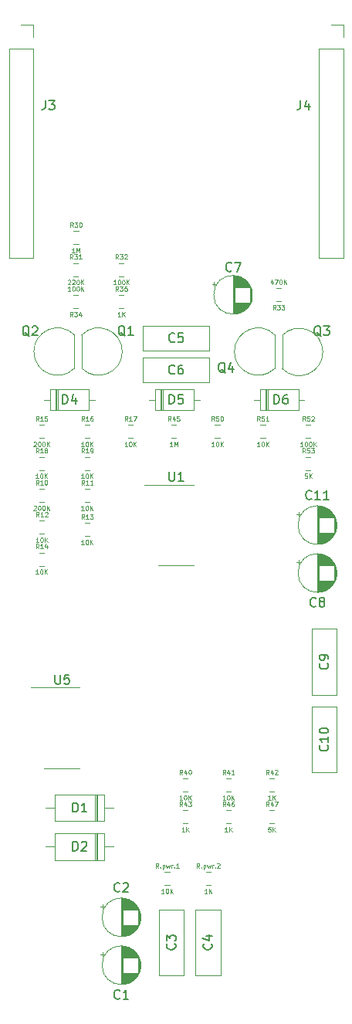
<source format=gto>
G04 #@! TF.GenerationSoftware,KiCad,Pcbnew,(5.0.2)-1*
G04 #@! TF.CreationDate,2019-04-05T22:24:37+02:00*
G04 #@! TF.ProjectId,Corona_mainBoard,436f726f-6e61-45f6-9d61-696e426f6172,1*
G04 #@! TF.SameCoordinates,Original*
G04 #@! TF.FileFunction,Legend,Top*
G04 #@! TF.FilePolarity,Positive*
%FSLAX46Y46*%
G04 Gerber Fmt 4.6, Leading zero omitted, Abs format (unit mm)*
G04 Created by KiCad (PCBNEW (5.0.2)-1) date 5-4-2019 22:24:37*
%MOMM*%
%LPD*%
G01*
G04 APERTURE LIST*
%ADD10C,0.120000*%
%ADD11C,0.150000*%
%ADD12C,0.100000*%
G04 APERTURE END LIST*
D10*
G04 #@! TO.C,C6*
X15380000Y-39370000D02*
X15380000Y-36630000D01*
X22620000Y-39370000D02*
X22620000Y-36630000D01*
X22620000Y-36630000D02*
X15380000Y-36630000D01*
X22620000Y-39370000D02*
X15380000Y-39370000D01*
G04 #@! TO.C,C8*
X32430199Y-58855000D02*
X32430199Y-59255000D01*
X32230199Y-59055000D02*
X32630199Y-59055000D01*
X36581000Y-59880000D02*
X36581000Y-60620000D01*
X36541000Y-59713000D02*
X36541000Y-60787000D01*
X36501000Y-59586000D02*
X36501000Y-60914000D01*
X36461000Y-59482000D02*
X36461000Y-61018000D01*
X36421000Y-59391000D02*
X36421000Y-61109000D01*
X36381000Y-59310000D02*
X36381000Y-61190000D01*
X36341000Y-59237000D02*
X36341000Y-61263000D01*
X36301000Y-61090000D02*
X36301000Y-61330000D01*
X36301000Y-59170000D02*
X36301000Y-59410000D01*
X36261000Y-61090000D02*
X36261000Y-61392000D01*
X36261000Y-59108000D02*
X36261000Y-59410000D01*
X36221000Y-61090000D02*
X36221000Y-61450000D01*
X36221000Y-59050000D02*
X36221000Y-59410000D01*
X36181000Y-61090000D02*
X36181000Y-61504000D01*
X36181000Y-58996000D02*
X36181000Y-59410000D01*
X36141000Y-61090000D02*
X36141000Y-61554000D01*
X36141000Y-58946000D02*
X36141000Y-59410000D01*
X36101000Y-61090000D02*
X36101000Y-61601000D01*
X36101000Y-58899000D02*
X36101000Y-59410000D01*
X36061000Y-61090000D02*
X36061000Y-61646000D01*
X36061000Y-58854000D02*
X36061000Y-59410000D01*
X36021000Y-61090000D02*
X36021000Y-61688000D01*
X36021000Y-58812000D02*
X36021000Y-59410000D01*
X35981000Y-61090000D02*
X35981000Y-61728000D01*
X35981000Y-58772000D02*
X35981000Y-59410000D01*
X35941000Y-61090000D02*
X35941000Y-61766000D01*
X35941000Y-58734000D02*
X35941000Y-59410000D01*
X35901000Y-61090000D02*
X35901000Y-61802000D01*
X35901000Y-58698000D02*
X35901000Y-59410000D01*
X35861000Y-61090000D02*
X35861000Y-61837000D01*
X35861000Y-58663000D02*
X35861000Y-59410000D01*
X35821000Y-61090000D02*
X35821000Y-61869000D01*
X35821000Y-58631000D02*
X35821000Y-59410000D01*
X35781000Y-61090000D02*
X35781000Y-61900000D01*
X35781000Y-58600000D02*
X35781000Y-59410000D01*
X35741000Y-61090000D02*
X35741000Y-61930000D01*
X35741000Y-58570000D02*
X35741000Y-59410000D01*
X35701000Y-61090000D02*
X35701000Y-61958000D01*
X35701000Y-58542000D02*
X35701000Y-59410000D01*
X35661000Y-61090000D02*
X35661000Y-61985000D01*
X35661000Y-58515000D02*
X35661000Y-59410000D01*
X35621000Y-61090000D02*
X35621000Y-62010000D01*
X35621000Y-58490000D02*
X35621000Y-59410000D01*
X35581000Y-61090000D02*
X35581000Y-62035000D01*
X35581000Y-58465000D02*
X35581000Y-59410000D01*
X35541000Y-61090000D02*
X35541000Y-62058000D01*
X35541000Y-58442000D02*
X35541000Y-59410000D01*
X35501000Y-61090000D02*
X35501000Y-62080000D01*
X35501000Y-58420000D02*
X35501000Y-59410000D01*
X35461000Y-61090000D02*
X35461000Y-62101000D01*
X35461000Y-58399000D02*
X35461000Y-59410000D01*
X35421000Y-61090000D02*
X35421000Y-62120000D01*
X35421000Y-58380000D02*
X35421000Y-59410000D01*
X35381000Y-61090000D02*
X35381000Y-62139000D01*
X35381000Y-58361000D02*
X35381000Y-59410000D01*
X35341000Y-61090000D02*
X35341000Y-62157000D01*
X35341000Y-58343000D02*
X35341000Y-59410000D01*
X35301000Y-61090000D02*
X35301000Y-62174000D01*
X35301000Y-58326000D02*
X35301000Y-59410000D01*
X35261000Y-61090000D02*
X35261000Y-62190000D01*
X35261000Y-58310000D02*
X35261000Y-59410000D01*
X35221000Y-61090000D02*
X35221000Y-62204000D01*
X35221000Y-58296000D02*
X35221000Y-59410000D01*
X35180000Y-61090000D02*
X35180000Y-62218000D01*
X35180000Y-58282000D02*
X35180000Y-59410000D01*
X35140000Y-61090000D02*
X35140000Y-62232000D01*
X35140000Y-58268000D02*
X35140000Y-59410000D01*
X35100000Y-61090000D02*
X35100000Y-62244000D01*
X35100000Y-58256000D02*
X35100000Y-59410000D01*
X35060000Y-61090000D02*
X35060000Y-62255000D01*
X35060000Y-58245000D02*
X35060000Y-59410000D01*
X35020000Y-61090000D02*
X35020000Y-62266000D01*
X35020000Y-58234000D02*
X35020000Y-59410000D01*
X34980000Y-61090000D02*
X34980000Y-62275000D01*
X34980000Y-58225000D02*
X34980000Y-59410000D01*
X34940000Y-61090000D02*
X34940000Y-62284000D01*
X34940000Y-58216000D02*
X34940000Y-59410000D01*
X34900000Y-61090000D02*
X34900000Y-62292000D01*
X34900000Y-58208000D02*
X34900000Y-59410000D01*
X34860000Y-61090000D02*
X34860000Y-62300000D01*
X34860000Y-58200000D02*
X34860000Y-59410000D01*
X34820000Y-61090000D02*
X34820000Y-62306000D01*
X34820000Y-58194000D02*
X34820000Y-59410000D01*
X34780000Y-61090000D02*
X34780000Y-62312000D01*
X34780000Y-58188000D02*
X34780000Y-59410000D01*
X34740000Y-61090000D02*
X34740000Y-62317000D01*
X34740000Y-58183000D02*
X34740000Y-59410000D01*
X34700000Y-61090000D02*
X34700000Y-62321000D01*
X34700000Y-58179000D02*
X34700000Y-59410000D01*
X34660000Y-58176000D02*
X34660000Y-62324000D01*
X34620000Y-58173000D02*
X34620000Y-62327000D01*
X34580000Y-58171000D02*
X34580000Y-62329000D01*
X34540000Y-58170000D02*
X34540000Y-62330000D01*
X34500000Y-58170000D02*
X34500000Y-62330000D01*
X36620000Y-60250000D02*
G75*
G03X36620000Y-60250000I-2120000J0D01*
G01*
G04 #@! TO.C,C9*
X33880000Y-73620000D02*
X33880000Y-66380000D01*
X36620000Y-73620000D02*
X36620000Y-66380000D01*
X33880000Y-73620000D02*
X36620000Y-73620000D01*
X33880000Y-66380000D02*
X36620000Y-66380000D01*
G04 #@! TO.C,D1*
X11140000Y-87470000D02*
X11140000Y-84530000D01*
X11140000Y-84530000D02*
X5700000Y-84530000D01*
X5700000Y-84530000D02*
X5700000Y-87470000D01*
X5700000Y-87470000D02*
X11140000Y-87470000D01*
X12160000Y-86000000D02*
X11140000Y-86000000D01*
X4680000Y-86000000D02*
X5700000Y-86000000D01*
X10240000Y-87470000D02*
X10240000Y-84530000D01*
X10120000Y-87470000D02*
X10120000Y-84530000D01*
X10360000Y-87470000D02*
X10360000Y-84530000D01*
G04 #@! TO.C,D2*
X10360000Y-91720000D02*
X10360000Y-88780000D01*
X10120000Y-91720000D02*
X10120000Y-88780000D01*
X10240000Y-91720000D02*
X10240000Y-88780000D01*
X4680000Y-90250000D02*
X5700000Y-90250000D01*
X12160000Y-90250000D02*
X11140000Y-90250000D01*
X5700000Y-91720000D02*
X11140000Y-91720000D01*
X5700000Y-88780000D02*
X5700000Y-91720000D01*
X11140000Y-88780000D02*
X5700000Y-88780000D01*
X11140000Y-91720000D02*
X11140000Y-88780000D01*
G04 #@! TO.C,D4*
X5790000Y-40130000D02*
X5790000Y-42370000D01*
X6030000Y-40130000D02*
X6030000Y-42370000D01*
X5910000Y-40130000D02*
X5910000Y-42370000D01*
X10080000Y-41250000D02*
X9430000Y-41250000D01*
X4540000Y-41250000D02*
X5190000Y-41250000D01*
X9430000Y-40130000D02*
X5190000Y-40130000D01*
X9430000Y-42370000D02*
X9430000Y-40130000D01*
X5190000Y-42370000D02*
X9430000Y-42370000D01*
X5190000Y-40130000D02*
X5190000Y-42370000D01*
G04 #@! TO.C,D5*
X16690000Y-40130000D02*
X16690000Y-42370000D01*
X16690000Y-42370000D02*
X20930000Y-42370000D01*
X20930000Y-42370000D02*
X20930000Y-40130000D01*
X20930000Y-40130000D02*
X16690000Y-40130000D01*
X16040000Y-41250000D02*
X16690000Y-41250000D01*
X21580000Y-41250000D02*
X20930000Y-41250000D01*
X17410000Y-40130000D02*
X17410000Y-42370000D01*
X17530000Y-40130000D02*
X17530000Y-42370000D01*
X17290000Y-40130000D02*
X17290000Y-42370000D01*
G04 #@! TO.C,D6*
X28190000Y-40130000D02*
X28190000Y-42370000D01*
X28190000Y-42370000D02*
X32430000Y-42370000D01*
X32430000Y-42370000D02*
X32430000Y-40130000D01*
X32430000Y-40130000D02*
X28190000Y-40130000D01*
X27540000Y-41250000D02*
X28190000Y-41250000D01*
X33080000Y-41250000D02*
X32430000Y-41250000D01*
X28910000Y-40130000D02*
X28910000Y-42370000D01*
X29030000Y-40130000D02*
X29030000Y-42370000D01*
X28790000Y-40130000D02*
X28790000Y-42370000D01*
G04 #@! TO.C,J3*
X670000Y-2770000D02*
X3330000Y-2770000D01*
X670000Y-2770000D02*
X670000Y-25690000D01*
X670000Y-25690000D02*
X3330000Y-25690000D01*
X3330000Y-2770000D02*
X3330000Y-25690000D01*
X3330000Y-170000D02*
X3330000Y-1500000D01*
X2000000Y-170000D02*
X3330000Y-170000D01*
G04 #@! TO.C,Q1*
X8661522Y-37818478D02*
G75*
G03X13100000Y-35980000I1838478J1838478D01*
G01*
X8661522Y-34141522D02*
G75*
G02X13100000Y-35980000I1838478J-1838478D01*
G01*
X8650000Y-34180000D02*
X8650000Y-37780000D01*
G04 #@! TO.C,Q2*
X7850000Y-37780000D02*
X7850000Y-34180000D01*
X7838478Y-37818478D02*
G75*
G02X3400000Y-35980000I-1838478J1838478D01*
G01*
X7838478Y-34141522D02*
G75*
G03X3400000Y-35980000I-1838478J-1838478D01*
G01*
G04 #@! TO.C,Q3*
X30661522Y-37858478D02*
G75*
G03X35100000Y-36020000I1838478J1838478D01*
G01*
X30661522Y-34181522D02*
G75*
G02X35100000Y-36020000I1838478J-1838478D01*
G01*
X30650000Y-34220000D02*
X30650000Y-37820000D01*
G04 #@! TO.C,Q4*
X29850000Y-37780000D02*
X29850000Y-34180000D01*
X29838478Y-37818478D02*
G75*
G02X25400000Y-35980000I-1838478J1838478D01*
G01*
X29838478Y-34141522D02*
G75*
G03X25400000Y-35980000I-1838478J-1838478D01*
G01*
G04 #@! TO.C,R10*
X3988748Y-52460000D02*
X4511252Y-52460000D01*
X3988748Y-51040000D02*
X4511252Y-51040000D01*
G04 #@! TO.C,R11*
X8988748Y-51040000D02*
X9511252Y-51040000D01*
X8988748Y-52460000D02*
X9511252Y-52460000D01*
G04 #@! TO.C,R12*
X4013748Y-54540000D02*
X4536252Y-54540000D01*
X4013748Y-55960000D02*
X4536252Y-55960000D01*
G04 #@! TO.C,R13*
X8988748Y-54790000D02*
X9511252Y-54790000D01*
X8988748Y-56210000D02*
X9511252Y-56210000D01*
G04 #@! TO.C,R15*
X3988748Y-45460000D02*
X4511252Y-45460000D01*
X3988748Y-44040000D02*
X4511252Y-44040000D01*
G04 #@! TO.C,R16*
X8988748Y-45460000D02*
X9511252Y-45460000D01*
X8988748Y-44040000D02*
X9511252Y-44040000D01*
G04 #@! TO.C,R17*
X13738748Y-45460000D02*
X14261252Y-45460000D01*
X13738748Y-44040000D02*
X14261252Y-44040000D01*
G04 #@! TO.C,R18*
X3988748Y-47540000D02*
X4511252Y-47540000D01*
X3988748Y-48960000D02*
X4511252Y-48960000D01*
G04 #@! TO.C,R19*
X8988748Y-48960000D02*
X9511252Y-48960000D01*
X8988748Y-47540000D02*
X9511252Y-47540000D01*
G04 #@! TO.C,R30*
X7763748Y-24210000D02*
X8286252Y-24210000D01*
X7763748Y-22790000D02*
X8286252Y-22790000D01*
G04 #@! TO.C,R31*
X7738748Y-26290000D02*
X8261252Y-26290000D01*
X7738748Y-27710000D02*
X8261252Y-27710000D01*
G04 #@! TO.C,R32*
X12738748Y-26290000D02*
X13261252Y-26290000D01*
X12738748Y-27710000D02*
X13261252Y-27710000D01*
G04 #@! TO.C,R33*
X30511252Y-29040000D02*
X29988748Y-29040000D01*
X30511252Y-30460000D02*
X29988748Y-30460000D01*
G04 #@! TO.C,R34*
X8261252Y-29790000D02*
X7738748Y-29790000D01*
X8261252Y-31210000D02*
X7738748Y-31210000D01*
G04 #@! TO.C,R35*
X12738748Y-29790000D02*
X13261252Y-29790000D01*
X12738748Y-31210000D02*
X13261252Y-31210000D01*
G04 #@! TO.C,R40*
X19763748Y-82790000D02*
X20286252Y-82790000D01*
X19763748Y-84210000D02*
X20286252Y-84210000D01*
G04 #@! TO.C,R41*
X24488748Y-82790000D02*
X25011252Y-82790000D01*
X24488748Y-84210000D02*
X25011252Y-84210000D01*
G04 #@! TO.C,R42*
X29238748Y-84210000D02*
X29761252Y-84210000D01*
X29238748Y-82790000D02*
X29761252Y-82790000D01*
G04 #@! TO.C,R43*
X19763748Y-86290000D02*
X20286252Y-86290000D01*
X19763748Y-87710000D02*
X20286252Y-87710000D01*
G04 #@! TO.C,C1*
X15120000Y-103250000D02*
G75*
G03X15120000Y-103250000I-2120000J0D01*
G01*
X13000000Y-101170000D02*
X13000000Y-105330000D01*
X13040000Y-101170000D02*
X13040000Y-105330000D01*
X13080000Y-101171000D02*
X13080000Y-105329000D01*
X13120000Y-101173000D02*
X13120000Y-105327000D01*
X13160000Y-101176000D02*
X13160000Y-105324000D01*
X13200000Y-101179000D02*
X13200000Y-102410000D01*
X13200000Y-104090000D02*
X13200000Y-105321000D01*
X13240000Y-101183000D02*
X13240000Y-102410000D01*
X13240000Y-104090000D02*
X13240000Y-105317000D01*
X13280000Y-101188000D02*
X13280000Y-102410000D01*
X13280000Y-104090000D02*
X13280000Y-105312000D01*
X13320000Y-101194000D02*
X13320000Y-102410000D01*
X13320000Y-104090000D02*
X13320000Y-105306000D01*
X13360000Y-101200000D02*
X13360000Y-102410000D01*
X13360000Y-104090000D02*
X13360000Y-105300000D01*
X13400000Y-101208000D02*
X13400000Y-102410000D01*
X13400000Y-104090000D02*
X13400000Y-105292000D01*
X13440000Y-101216000D02*
X13440000Y-102410000D01*
X13440000Y-104090000D02*
X13440000Y-105284000D01*
X13480000Y-101225000D02*
X13480000Y-102410000D01*
X13480000Y-104090000D02*
X13480000Y-105275000D01*
X13520000Y-101234000D02*
X13520000Y-102410000D01*
X13520000Y-104090000D02*
X13520000Y-105266000D01*
X13560000Y-101245000D02*
X13560000Y-102410000D01*
X13560000Y-104090000D02*
X13560000Y-105255000D01*
X13600000Y-101256000D02*
X13600000Y-102410000D01*
X13600000Y-104090000D02*
X13600000Y-105244000D01*
X13640000Y-101268000D02*
X13640000Y-102410000D01*
X13640000Y-104090000D02*
X13640000Y-105232000D01*
X13680000Y-101282000D02*
X13680000Y-102410000D01*
X13680000Y-104090000D02*
X13680000Y-105218000D01*
X13721000Y-101296000D02*
X13721000Y-102410000D01*
X13721000Y-104090000D02*
X13721000Y-105204000D01*
X13761000Y-101310000D02*
X13761000Y-102410000D01*
X13761000Y-104090000D02*
X13761000Y-105190000D01*
X13801000Y-101326000D02*
X13801000Y-102410000D01*
X13801000Y-104090000D02*
X13801000Y-105174000D01*
X13841000Y-101343000D02*
X13841000Y-102410000D01*
X13841000Y-104090000D02*
X13841000Y-105157000D01*
X13881000Y-101361000D02*
X13881000Y-102410000D01*
X13881000Y-104090000D02*
X13881000Y-105139000D01*
X13921000Y-101380000D02*
X13921000Y-102410000D01*
X13921000Y-104090000D02*
X13921000Y-105120000D01*
X13961000Y-101399000D02*
X13961000Y-102410000D01*
X13961000Y-104090000D02*
X13961000Y-105101000D01*
X14001000Y-101420000D02*
X14001000Y-102410000D01*
X14001000Y-104090000D02*
X14001000Y-105080000D01*
X14041000Y-101442000D02*
X14041000Y-102410000D01*
X14041000Y-104090000D02*
X14041000Y-105058000D01*
X14081000Y-101465000D02*
X14081000Y-102410000D01*
X14081000Y-104090000D02*
X14081000Y-105035000D01*
X14121000Y-101490000D02*
X14121000Y-102410000D01*
X14121000Y-104090000D02*
X14121000Y-105010000D01*
X14161000Y-101515000D02*
X14161000Y-102410000D01*
X14161000Y-104090000D02*
X14161000Y-104985000D01*
X14201000Y-101542000D02*
X14201000Y-102410000D01*
X14201000Y-104090000D02*
X14201000Y-104958000D01*
X14241000Y-101570000D02*
X14241000Y-102410000D01*
X14241000Y-104090000D02*
X14241000Y-104930000D01*
X14281000Y-101600000D02*
X14281000Y-102410000D01*
X14281000Y-104090000D02*
X14281000Y-104900000D01*
X14321000Y-101631000D02*
X14321000Y-102410000D01*
X14321000Y-104090000D02*
X14321000Y-104869000D01*
X14361000Y-101663000D02*
X14361000Y-102410000D01*
X14361000Y-104090000D02*
X14361000Y-104837000D01*
X14401000Y-101698000D02*
X14401000Y-102410000D01*
X14401000Y-104090000D02*
X14401000Y-104802000D01*
X14441000Y-101734000D02*
X14441000Y-102410000D01*
X14441000Y-104090000D02*
X14441000Y-104766000D01*
X14481000Y-101772000D02*
X14481000Y-102410000D01*
X14481000Y-104090000D02*
X14481000Y-104728000D01*
X14521000Y-101812000D02*
X14521000Y-102410000D01*
X14521000Y-104090000D02*
X14521000Y-104688000D01*
X14561000Y-101854000D02*
X14561000Y-102410000D01*
X14561000Y-104090000D02*
X14561000Y-104646000D01*
X14601000Y-101899000D02*
X14601000Y-102410000D01*
X14601000Y-104090000D02*
X14601000Y-104601000D01*
X14641000Y-101946000D02*
X14641000Y-102410000D01*
X14641000Y-104090000D02*
X14641000Y-104554000D01*
X14681000Y-101996000D02*
X14681000Y-102410000D01*
X14681000Y-104090000D02*
X14681000Y-104504000D01*
X14721000Y-102050000D02*
X14721000Y-102410000D01*
X14721000Y-104090000D02*
X14721000Y-104450000D01*
X14761000Y-102108000D02*
X14761000Y-102410000D01*
X14761000Y-104090000D02*
X14761000Y-104392000D01*
X14801000Y-102170000D02*
X14801000Y-102410000D01*
X14801000Y-104090000D02*
X14801000Y-104330000D01*
X14841000Y-102237000D02*
X14841000Y-104263000D01*
X14881000Y-102310000D02*
X14881000Y-104190000D01*
X14921000Y-102391000D02*
X14921000Y-104109000D01*
X14961000Y-102482000D02*
X14961000Y-104018000D01*
X15001000Y-102586000D02*
X15001000Y-103914000D01*
X15041000Y-102713000D02*
X15041000Y-103787000D01*
X15081000Y-102880000D02*
X15081000Y-103620000D01*
X10730199Y-102055000D02*
X11130199Y-102055000D01*
X10930199Y-101855000D02*
X10930199Y-102255000D01*
G04 #@! TO.C,C2*
X10930199Y-96605000D02*
X10930199Y-97005000D01*
X10730199Y-96805000D02*
X11130199Y-96805000D01*
X15081000Y-97630000D02*
X15081000Y-98370000D01*
X15041000Y-97463000D02*
X15041000Y-98537000D01*
X15001000Y-97336000D02*
X15001000Y-98664000D01*
X14961000Y-97232000D02*
X14961000Y-98768000D01*
X14921000Y-97141000D02*
X14921000Y-98859000D01*
X14881000Y-97060000D02*
X14881000Y-98940000D01*
X14841000Y-96987000D02*
X14841000Y-99013000D01*
X14801000Y-98840000D02*
X14801000Y-99080000D01*
X14801000Y-96920000D02*
X14801000Y-97160000D01*
X14761000Y-98840000D02*
X14761000Y-99142000D01*
X14761000Y-96858000D02*
X14761000Y-97160000D01*
X14721000Y-98840000D02*
X14721000Y-99200000D01*
X14721000Y-96800000D02*
X14721000Y-97160000D01*
X14681000Y-98840000D02*
X14681000Y-99254000D01*
X14681000Y-96746000D02*
X14681000Y-97160000D01*
X14641000Y-98840000D02*
X14641000Y-99304000D01*
X14641000Y-96696000D02*
X14641000Y-97160000D01*
X14601000Y-98840000D02*
X14601000Y-99351000D01*
X14601000Y-96649000D02*
X14601000Y-97160000D01*
X14561000Y-98840000D02*
X14561000Y-99396000D01*
X14561000Y-96604000D02*
X14561000Y-97160000D01*
X14521000Y-98840000D02*
X14521000Y-99438000D01*
X14521000Y-96562000D02*
X14521000Y-97160000D01*
X14481000Y-98840000D02*
X14481000Y-99478000D01*
X14481000Y-96522000D02*
X14481000Y-97160000D01*
X14441000Y-98840000D02*
X14441000Y-99516000D01*
X14441000Y-96484000D02*
X14441000Y-97160000D01*
X14401000Y-98840000D02*
X14401000Y-99552000D01*
X14401000Y-96448000D02*
X14401000Y-97160000D01*
X14361000Y-98840000D02*
X14361000Y-99587000D01*
X14361000Y-96413000D02*
X14361000Y-97160000D01*
X14321000Y-98840000D02*
X14321000Y-99619000D01*
X14321000Y-96381000D02*
X14321000Y-97160000D01*
X14281000Y-98840000D02*
X14281000Y-99650000D01*
X14281000Y-96350000D02*
X14281000Y-97160000D01*
X14241000Y-98840000D02*
X14241000Y-99680000D01*
X14241000Y-96320000D02*
X14241000Y-97160000D01*
X14201000Y-98840000D02*
X14201000Y-99708000D01*
X14201000Y-96292000D02*
X14201000Y-97160000D01*
X14161000Y-98840000D02*
X14161000Y-99735000D01*
X14161000Y-96265000D02*
X14161000Y-97160000D01*
X14121000Y-98840000D02*
X14121000Y-99760000D01*
X14121000Y-96240000D02*
X14121000Y-97160000D01*
X14081000Y-98840000D02*
X14081000Y-99785000D01*
X14081000Y-96215000D02*
X14081000Y-97160000D01*
X14041000Y-98840000D02*
X14041000Y-99808000D01*
X14041000Y-96192000D02*
X14041000Y-97160000D01*
X14001000Y-98840000D02*
X14001000Y-99830000D01*
X14001000Y-96170000D02*
X14001000Y-97160000D01*
X13961000Y-98840000D02*
X13961000Y-99851000D01*
X13961000Y-96149000D02*
X13961000Y-97160000D01*
X13921000Y-98840000D02*
X13921000Y-99870000D01*
X13921000Y-96130000D02*
X13921000Y-97160000D01*
X13881000Y-98840000D02*
X13881000Y-99889000D01*
X13881000Y-96111000D02*
X13881000Y-97160000D01*
X13841000Y-98840000D02*
X13841000Y-99907000D01*
X13841000Y-96093000D02*
X13841000Y-97160000D01*
X13801000Y-98840000D02*
X13801000Y-99924000D01*
X13801000Y-96076000D02*
X13801000Y-97160000D01*
X13761000Y-98840000D02*
X13761000Y-99940000D01*
X13761000Y-96060000D02*
X13761000Y-97160000D01*
X13721000Y-98840000D02*
X13721000Y-99954000D01*
X13721000Y-96046000D02*
X13721000Y-97160000D01*
X13680000Y-98840000D02*
X13680000Y-99968000D01*
X13680000Y-96032000D02*
X13680000Y-97160000D01*
X13640000Y-98840000D02*
X13640000Y-99982000D01*
X13640000Y-96018000D02*
X13640000Y-97160000D01*
X13600000Y-98840000D02*
X13600000Y-99994000D01*
X13600000Y-96006000D02*
X13600000Y-97160000D01*
X13560000Y-98840000D02*
X13560000Y-100005000D01*
X13560000Y-95995000D02*
X13560000Y-97160000D01*
X13520000Y-98840000D02*
X13520000Y-100016000D01*
X13520000Y-95984000D02*
X13520000Y-97160000D01*
X13480000Y-98840000D02*
X13480000Y-100025000D01*
X13480000Y-95975000D02*
X13480000Y-97160000D01*
X13440000Y-98840000D02*
X13440000Y-100034000D01*
X13440000Y-95966000D02*
X13440000Y-97160000D01*
X13400000Y-98840000D02*
X13400000Y-100042000D01*
X13400000Y-95958000D02*
X13400000Y-97160000D01*
X13360000Y-98840000D02*
X13360000Y-100050000D01*
X13360000Y-95950000D02*
X13360000Y-97160000D01*
X13320000Y-98840000D02*
X13320000Y-100056000D01*
X13320000Y-95944000D02*
X13320000Y-97160000D01*
X13280000Y-98840000D02*
X13280000Y-100062000D01*
X13280000Y-95938000D02*
X13280000Y-97160000D01*
X13240000Y-98840000D02*
X13240000Y-100067000D01*
X13240000Y-95933000D02*
X13240000Y-97160000D01*
X13200000Y-98840000D02*
X13200000Y-100071000D01*
X13200000Y-95929000D02*
X13200000Y-97160000D01*
X13160000Y-95926000D02*
X13160000Y-100074000D01*
X13120000Y-95923000D02*
X13120000Y-100077000D01*
X13080000Y-95921000D02*
X13080000Y-100079000D01*
X13040000Y-95920000D02*
X13040000Y-100080000D01*
X13000000Y-95920000D02*
X13000000Y-100080000D01*
X15120000Y-98000000D02*
G75*
G03X15120000Y-98000000I-2120000J0D01*
G01*
G04 #@! TO.C,C3*
X17130000Y-97130000D02*
X19870000Y-97130000D01*
X17130000Y-104370000D02*
X19870000Y-104370000D01*
X19870000Y-104370000D02*
X19870000Y-97130000D01*
X17130000Y-104370000D02*
X17130000Y-97130000D01*
G04 #@! TO.C,C4*
X21130000Y-104370000D02*
X21130000Y-97130000D01*
X23870000Y-104370000D02*
X23870000Y-97130000D01*
X21130000Y-104370000D02*
X23870000Y-104370000D01*
X21130000Y-97130000D02*
X23870000Y-97130000D01*
G04 #@! TO.C,C5*
X15380000Y-33130000D02*
X22620000Y-33130000D01*
X15380000Y-35870000D02*
X22620000Y-35870000D01*
X15380000Y-33130000D02*
X15380000Y-35870000D01*
X22620000Y-33130000D02*
X22620000Y-35870000D01*
G04 #@! TO.C,C7*
X27370000Y-29750000D02*
G75*
G03X27370000Y-29750000I-2120000J0D01*
G01*
X25250000Y-27670000D02*
X25250000Y-31830000D01*
X25290000Y-27670000D02*
X25290000Y-31830000D01*
X25330000Y-27671000D02*
X25330000Y-31829000D01*
X25370000Y-27673000D02*
X25370000Y-31827000D01*
X25410000Y-27676000D02*
X25410000Y-31824000D01*
X25450000Y-27679000D02*
X25450000Y-28910000D01*
X25450000Y-30590000D02*
X25450000Y-31821000D01*
X25490000Y-27683000D02*
X25490000Y-28910000D01*
X25490000Y-30590000D02*
X25490000Y-31817000D01*
X25530000Y-27688000D02*
X25530000Y-28910000D01*
X25530000Y-30590000D02*
X25530000Y-31812000D01*
X25570000Y-27694000D02*
X25570000Y-28910000D01*
X25570000Y-30590000D02*
X25570000Y-31806000D01*
X25610000Y-27700000D02*
X25610000Y-28910000D01*
X25610000Y-30590000D02*
X25610000Y-31800000D01*
X25650000Y-27708000D02*
X25650000Y-28910000D01*
X25650000Y-30590000D02*
X25650000Y-31792000D01*
X25690000Y-27716000D02*
X25690000Y-28910000D01*
X25690000Y-30590000D02*
X25690000Y-31784000D01*
X25730000Y-27725000D02*
X25730000Y-28910000D01*
X25730000Y-30590000D02*
X25730000Y-31775000D01*
X25770000Y-27734000D02*
X25770000Y-28910000D01*
X25770000Y-30590000D02*
X25770000Y-31766000D01*
X25810000Y-27745000D02*
X25810000Y-28910000D01*
X25810000Y-30590000D02*
X25810000Y-31755000D01*
X25850000Y-27756000D02*
X25850000Y-28910000D01*
X25850000Y-30590000D02*
X25850000Y-31744000D01*
X25890000Y-27768000D02*
X25890000Y-28910000D01*
X25890000Y-30590000D02*
X25890000Y-31732000D01*
X25930000Y-27782000D02*
X25930000Y-28910000D01*
X25930000Y-30590000D02*
X25930000Y-31718000D01*
X25971000Y-27796000D02*
X25971000Y-28910000D01*
X25971000Y-30590000D02*
X25971000Y-31704000D01*
X26011000Y-27810000D02*
X26011000Y-28910000D01*
X26011000Y-30590000D02*
X26011000Y-31690000D01*
X26051000Y-27826000D02*
X26051000Y-28910000D01*
X26051000Y-30590000D02*
X26051000Y-31674000D01*
X26091000Y-27843000D02*
X26091000Y-28910000D01*
X26091000Y-30590000D02*
X26091000Y-31657000D01*
X26131000Y-27861000D02*
X26131000Y-28910000D01*
X26131000Y-30590000D02*
X26131000Y-31639000D01*
X26171000Y-27880000D02*
X26171000Y-28910000D01*
X26171000Y-30590000D02*
X26171000Y-31620000D01*
X26211000Y-27899000D02*
X26211000Y-28910000D01*
X26211000Y-30590000D02*
X26211000Y-31601000D01*
X26251000Y-27920000D02*
X26251000Y-28910000D01*
X26251000Y-30590000D02*
X26251000Y-31580000D01*
X26291000Y-27942000D02*
X26291000Y-28910000D01*
X26291000Y-30590000D02*
X26291000Y-31558000D01*
X26331000Y-27965000D02*
X26331000Y-28910000D01*
X26331000Y-30590000D02*
X26331000Y-31535000D01*
X26371000Y-27990000D02*
X26371000Y-28910000D01*
X26371000Y-30590000D02*
X26371000Y-31510000D01*
X26411000Y-28015000D02*
X26411000Y-28910000D01*
X26411000Y-30590000D02*
X26411000Y-31485000D01*
X26451000Y-28042000D02*
X26451000Y-28910000D01*
X26451000Y-30590000D02*
X26451000Y-31458000D01*
X26491000Y-28070000D02*
X26491000Y-28910000D01*
X26491000Y-30590000D02*
X26491000Y-31430000D01*
X26531000Y-28100000D02*
X26531000Y-28910000D01*
X26531000Y-30590000D02*
X26531000Y-31400000D01*
X26571000Y-28131000D02*
X26571000Y-28910000D01*
X26571000Y-30590000D02*
X26571000Y-31369000D01*
X26611000Y-28163000D02*
X26611000Y-28910000D01*
X26611000Y-30590000D02*
X26611000Y-31337000D01*
X26651000Y-28198000D02*
X26651000Y-28910000D01*
X26651000Y-30590000D02*
X26651000Y-31302000D01*
X26691000Y-28234000D02*
X26691000Y-28910000D01*
X26691000Y-30590000D02*
X26691000Y-31266000D01*
X26731000Y-28272000D02*
X26731000Y-28910000D01*
X26731000Y-30590000D02*
X26731000Y-31228000D01*
X26771000Y-28312000D02*
X26771000Y-28910000D01*
X26771000Y-30590000D02*
X26771000Y-31188000D01*
X26811000Y-28354000D02*
X26811000Y-28910000D01*
X26811000Y-30590000D02*
X26811000Y-31146000D01*
X26851000Y-28399000D02*
X26851000Y-28910000D01*
X26851000Y-30590000D02*
X26851000Y-31101000D01*
X26891000Y-28446000D02*
X26891000Y-28910000D01*
X26891000Y-30590000D02*
X26891000Y-31054000D01*
X26931000Y-28496000D02*
X26931000Y-28910000D01*
X26931000Y-30590000D02*
X26931000Y-31004000D01*
X26971000Y-28550000D02*
X26971000Y-28910000D01*
X26971000Y-30590000D02*
X26971000Y-30950000D01*
X27011000Y-28608000D02*
X27011000Y-28910000D01*
X27011000Y-30590000D02*
X27011000Y-30892000D01*
X27051000Y-28670000D02*
X27051000Y-28910000D01*
X27051000Y-30590000D02*
X27051000Y-30830000D01*
X27091000Y-28737000D02*
X27091000Y-30763000D01*
X27131000Y-28810000D02*
X27131000Y-30690000D01*
X27171000Y-28891000D02*
X27171000Y-30609000D01*
X27211000Y-28982000D02*
X27211000Y-30518000D01*
X27251000Y-29086000D02*
X27251000Y-30414000D01*
X27291000Y-29213000D02*
X27291000Y-30287000D01*
X27331000Y-29380000D02*
X27331000Y-30120000D01*
X22980199Y-28555000D02*
X23380199Y-28555000D01*
X23180199Y-28355000D02*
X23180199Y-28755000D01*
G04 #@! TO.C,C10*
X36620000Y-82120000D02*
X33880000Y-82120000D01*
X36620000Y-74880000D02*
X33880000Y-74880000D01*
X33880000Y-74880000D02*
X33880000Y-82120000D01*
X36620000Y-74880000D02*
X36620000Y-82120000D01*
G04 #@! TO.C,C11*
X32430199Y-53605000D02*
X32430199Y-54005000D01*
X32230199Y-53805000D02*
X32630199Y-53805000D01*
X36581000Y-54630000D02*
X36581000Y-55370000D01*
X36541000Y-54463000D02*
X36541000Y-55537000D01*
X36501000Y-54336000D02*
X36501000Y-55664000D01*
X36461000Y-54232000D02*
X36461000Y-55768000D01*
X36421000Y-54141000D02*
X36421000Y-55859000D01*
X36381000Y-54060000D02*
X36381000Y-55940000D01*
X36341000Y-53987000D02*
X36341000Y-56013000D01*
X36301000Y-55840000D02*
X36301000Y-56080000D01*
X36301000Y-53920000D02*
X36301000Y-54160000D01*
X36261000Y-55840000D02*
X36261000Y-56142000D01*
X36261000Y-53858000D02*
X36261000Y-54160000D01*
X36221000Y-55840000D02*
X36221000Y-56200000D01*
X36221000Y-53800000D02*
X36221000Y-54160000D01*
X36181000Y-55840000D02*
X36181000Y-56254000D01*
X36181000Y-53746000D02*
X36181000Y-54160000D01*
X36141000Y-55840000D02*
X36141000Y-56304000D01*
X36141000Y-53696000D02*
X36141000Y-54160000D01*
X36101000Y-55840000D02*
X36101000Y-56351000D01*
X36101000Y-53649000D02*
X36101000Y-54160000D01*
X36061000Y-55840000D02*
X36061000Y-56396000D01*
X36061000Y-53604000D02*
X36061000Y-54160000D01*
X36021000Y-55840000D02*
X36021000Y-56438000D01*
X36021000Y-53562000D02*
X36021000Y-54160000D01*
X35981000Y-55840000D02*
X35981000Y-56478000D01*
X35981000Y-53522000D02*
X35981000Y-54160000D01*
X35941000Y-55840000D02*
X35941000Y-56516000D01*
X35941000Y-53484000D02*
X35941000Y-54160000D01*
X35901000Y-55840000D02*
X35901000Y-56552000D01*
X35901000Y-53448000D02*
X35901000Y-54160000D01*
X35861000Y-55840000D02*
X35861000Y-56587000D01*
X35861000Y-53413000D02*
X35861000Y-54160000D01*
X35821000Y-55840000D02*
X35821000Y-56619000D01*
X35821000Y-53381000D02*
X35821000Y-54160000D01*
X35781000Y-55840000D02*
X35781000Y-56650000D01*
X35781000Y-53350000D02*
X35781000Y-54160000D01*
X35741000Y-55840000D02*
X35741000Y-56680000D01*
X35741000Y-53320000D02*
X35741000Y-54160000D01*
X35701000Y-55840000D02*
X35701000Y-56708000D01*
X35701000Y-53292000D02*
X35701000Y-54160000D01*
X35661000Y-55840000D02*
X35661000Y-56735000D01*
X35661000Y-53265000D02*
X35661000Y-54160000D01*
X35621000Y-55840000D02*
X35621000Y-56760000D01*
X35621000Y-53240000D02*
X35621000Y-54160000D01*
X35581000Y-55840000D02*
X35581000Y-56785000D01*
X35581000Y-53215000D02*
X35581000Y-54160000D01*
X35541000Y-55840000D02*
X35541000Y-56808000D01*
X35541000Y-53192000D02*
X35541000Y-54160000D01*
X35501000Y-55840000D02*
X35501000Y-56830000D01*
X35501000Y-53170000D02*
X35501000Y-54160000D01*
X35461000Y-55840000D02*
X35461000Y-56851000D01*
X35461000Y-53149000D02*
X35461000Y-54160000D01*
X35421000Y-55840000D02*
X35421000Y-56870000D01*
X35421000Y-53130000D02*
X35421000Y-54160000D01*
X35381000Y-55840000D02*
X35381000Y-56889000D01*
X35381000Y-53111000D02*
X35381000Y-54160000D01*
X35341000Y-55840000D02*
X35341000Y-56907000D01*
X35341000Y-53093000D02*
X35341000Y-54160000D01*
X35301000Y-55840000D02*
X35301000Y-56924000D01*
X35301000Y-53076000D02*
X35301000Y-54160000D01*
X35261000Y-55840000D02*
X35261000Y-56940000D01*
X35261000Y-53060000D02*
X35261000Y-54160000D01*
X35221000Y-55840000D02*
X35221000Y-56954000D01*
X35221000Y-53046000D02*
X35221000Y-54160000D01*
X35180000Y-55840000D02*
X35180000Y-56968000D01*
X35180000Y-53032000D02*
X35180000Y-54160000D01*
X35140000Y-55840000D02*
X35140000Y-56982000D01*
X35140000Y-53018000D02*
X35140000Y-54160000D01*
X35100000Y-55840000D02*
X35100000Y-56994000D01*
X35100000Y-53006000D02*
X35100000Y-54160000D01*
X35060000Y-55840000D02*
X35060000Y-57005000D01*
X35060000Y-52995000D02*
X35060000Y-54160000D01*
X35020000Y-55840000D02*
X35020000Y-57016000D01*
X35020000Y-52984000D02*
X35020000Y-54160000D01*
X34980000Y-55840000D02*
X34980000Y-57025000D01*
X34980000Y-52975000D02*
X34980000Y-54160000D01*
X34940000Y-55840000D02*
X34940000Y-57034000D01*
X34940000Y-52966000D02*
X34940000Y-54160000D01*
X34900000Y-55840000D02*
X34900000Y-57042000D01*
X34900000Y-52958000D02*
X34900000Y-54160000D01*
X34860000Y-55840000D02*
X34860000Y-57050000D01*
X34860000Y-52950000D02*
X34860000Y-54160000D01*
X34820000Y-55840000D02*
X34820000Y-57056000D01*
X34820000Y-52944000D02*
X34820000Y-54160000D01*
X34780000Y-55840000D02*
X34780000Y-57062000D01*
X34780000Y-52938000D02*
X34780000Y-54160000D01*
X34740000Y-55840000D02*
X34740000Y-57067000D01*
X34740000Y-52933000D02*
X34740000Y-54160000D01*
X34700000Y-55840000D02*
X34700000Y-57071000D01*
X34700000Y-52929000D02*
X34700000Y-54160000D01*
X34660000Y-52926000D02*
X34660000Y-57074000D01*
X34620000Y-52923000D02*
X34620000Y-57077000D01*
X34580000Y-52921000D02*
X34580000Y-57079000D01*
X34540000Y-52920000D02*
X34540000Y-57080000D01*
X34500000Y-52920000D02*
X34500000Y-57080000D01*
X36620000Y-55000000D02*
G75*
G03X36620000Y-55000000I-2120000J0D01*
G01*
G04 #@! TO.C,R14*
X3988748Y-59460000D02*
X4511252Y-59460000D01*
X3988748Y-58040000D02*
X4511252Y-58040000D01*
G04 #@! TO.C,R45*
X18488748Y-45460000D02*
X19011252Y-45460000D01*
X18488748Y-44040000D02*
X19011252Y-44040000D01*
G04 #@! TO.C,R46*
X24488748Y-86290000D02*
X25011252Y-86290000D01*
X24488748Y-87710000D02*
X25011252Y-87710000D01*
G04 #@! TO.C,R47*
X29238748Y-86290000D02*
X29761252Y-86290000D01*
X29238748Y-87710000D02*
X29761252Y-87710000D01*
G04 #@! TO.C,R50*
X23263748Y-44040000D02*
X23786252Y-44040000D01*
X23263748Y-45460000D02*
X23786252Y-45460000D01*
G04 #@! TO.C,R51*
X28263748Y-45460000D02*
X28786252Y-45460000D01*
X28263748Y-44040000D02*
X28786252Y-44040000D01*
G04 #@! TO.C,R52*
X33238748Y-44040000D02*
X33761252Y-44040000D01*
X33238748Y-45460000D02*
X33761252Y-45460000D01*
G04 #@! TO.C,R53*
X33238748Y-47540000D02*
X33761252Y-47540000D01*
X33238748Y-48960000D02*
X33761252Y-48960000D01*
G04 #@! TO.C,R.pwr.1*
X17763748Y-93040000D02*
X18286252Y-93040000D01*
X17763748Y-94460000D02*
X18286252Y-94460000D01*
G04 #@! TO.C,R.pwr.2*
X22263748Y-93040000D02*
X22786252Y-93040000D01*
X22263748Y-94460000D02*
X22786252Y-94460000D01*
G04 #@! TO.C,U1*
X19000000Y-50565000D02*
X15550000Y-50565000D01*
X19000000Y-50565000D02*
X20950000Y-50565000D01*
X19000000Y-59435000D02*
X17050000Y-59435000D01*
X19000000Y-59435000D02*
X20950000Y-59435000D01*
G04 #@! TO.C,U5*
X6500000Y-81685000D02*
X8450000Y-81685000D01*
X6500000Y-81685000D02*
X4550000Y-81685000D01*
X6500000Y-72815000D02*
X8450000Y-72815000D01*
X6500000Y-72815000D02*
X3050000Y-72815000D01*
G04 #@! TO.C,J4*
X34670000Y-2770000D02*
X37330000Y-2770000D01*
X34670000Y-2770000D02*
X34670000Y-25690000D01*
X34670000Y-25690000D02*
X37330000Y-25690000D01*
X37330000Y-2770000D02*
X37330000Y-25690000D01*
X37330000Y-170000D02*
X37330000Y-1500000D01*
X36000000Y-170000D02*
X37330000Y-170000D01*
G04 #@! TO.C,C6*
D11*
X18833333Y-38357142D02*
X18785714Y-38404761D01*
X18642857Y-38452380D01*
X18547619Y-38452380D01*
X18404761Y-38404761D01*
X18309523Y-38309523D01*
X18261904Y-38214285D01*
X18214285Y-38023809D01*
X18214285Y-37880952D01*
X18261904Y-37690476D01*
X18309523Y-37595238D01*
X18404761Y-37500000D01*
X18547619Y-37452380D01*
X18642857Y-37452380D01*
X18785714Y-37500000D01*
X18833333Y-37547619D01*
X19690476Y-37452380D02*
X19500000Y-37452380D01*
X19404761Y-37500000D01*
X19357142Y-37547619D01*
X19261904Y-37690476D01*
X19214285Y-37880952D01*
X19214285Y-38261904D01*
X19261904Y-38357142D01*
X19309523Y-38404761D01*
X19404761Y-38452380D01*
X19595238Y-38452380D01*
X19690476Y-38404761D01*
X19738095Y-38357142D01*
X19785714Y-38261904D01*
X19785714Y-38023809D01*
X19738095Y-37928571D01*
X19690476Y-37880952D01*
X19595238Y-37833333D01*
X19404761Y-37833333D01*
X19309523Y-37880952D01*
X19261904Y-37928571D01*
X19214285Y-38023809D01*
G04 #@! TO.C,C8*
X34333333Y-63857142D02*
X34285714Y-63904761D01*
X34142857Y-63952380D01*
X34047619Y-63952380D01*
X33904761Y-63904761D01*
X33809523Y-63809523D01*
X33761904Y-63714285D01*
X33714285Y-63523809D01*
X33714285Y-63380952D01*
X33761904Y-63190476D01*
X33809523Y-63095238D01*
X33904761Y-63000000D01*
X34047619Y-62952380D01*
X34142857Y-62952380D01*
X34285714Y-63000000D01*
X34333333Y-63047619D01*
X34904761Y-63380952D02*
X34809523Y-63333333D01*
X34761904Y-63285714D01*
X34714285Y-63190476D01*
X34714285Y-63142857D01*
X34761904Y-63047619D01*
X34809523Y-63000000D01*
X34904761Y-62952380D01*
X35095238Y-62952380D01*
X35190476Y-63000000D01*
X35238095Y-63047619D01*
X35285714Y-63142857D01*
X35285714Y-63190476D01*
X35238095Y-63285714D01*
X35190476Y-63333333D01*
X35095238Y-63380952D01*
X34904761Y-63380952D01*
X34809523Y-63428571D01*
X34761904Y-63476190D01*
X34714285Y-63571428D01*
X34714285Y-63761904D01*
X34761904Y-63857142D01*
X34809523Y-63904761D01*
X34904761Y-63952380D01*
X35095238Y-63952380D01*
X35190476Y-63904761D01*
X35238095Y-63857142D01*
X35285714Y-63761904D01*
X35285714Y-63571428D01*
X35238095Y-63476190D01*
X35190476Y-63428571D01*
X35095238Y-63380952D01*
G04 #@! TO.C,C9*
X35607142Y-70166666D02*
X35654761Y-70214285D01*
X35702380Y-70357142D01*
X35702380Y-70452380D01*
X35654761Y-70595238D01*
X35559523Y-70690476D01*
X35464285Y-70738095D01*
X35273809Y-70785714D01*
X35130952Y-70785714D01*
X34940476Y-70738095D01*
X34845238Y-70690476D01*
X34750000Y-70595238D01*
X34702380Y-70452380D01*
X34702380Y-70357142D01*
X34750000Y-70214285D01*
X34797619Y-70166666D01*
X35702380Y-69690476D02*
X35702380Y-69500000D01*
X35654761Y-69404761D01*
X35607142Y-69357142D01*
X35464285Y-69261904D01*
X35273809Y-69214285D01*
X34892857Y-69214285D01*
X34797619Y-69261904D01*
X34750000Y-69309523D01*
X34702380Y-69404761D01*
X34702380Y-69595238D01*
X34750000Y-69690476D01*
X34797619Y-69738095D01*
X34892857Y-69785714D01*
X35130952Y-69785714D01*
X35226190Y-69738095D01*
X35273809Y-69690476D01*
X35321428Y-69595238D01*
X35321428Y-69404761D01*
X35273809Y-69309523D01*
X35226190Y-69261904D01*
X35130952Y-69214285D01*
G04 #@! TO.C,D1*
X7681904Y-86452380D02*
X7681904Y-85452380D01*
X7920000Y-85452380D01*
X8062857Y-85500000D01*
X8158095Y-85595238D01*
X8205714Y-85690476D01*
X8253333Y-85880952D01*
X8253333Y-86023809D01*
X8205714Y-86214285D01*
X8158095Y-86309523D01*
X8062857Y-86404761D01*
X7920000Y-86452380D01*
X7681904Y-86452380D01*
X9205714Y-86452380D02*
X8634285Y-86452380D01*
X8920000Y-86452380D02*
X8920000Y-85452380D01*
X8824761Y-85595238D01*
X8729523Y-85690476D01*
X8634285Y-85738095D01*
G04 #@! TO.C,D2*
X7681904Y-90702380D02*
X7681904Y-89702380D01*
X7920000Y-89702380D01*
X8062857Y-89750000D01*
X8158095Y-89845238D01*
X8205714Y-89940476D01*
X8253333Y-90130952D01*
X8253333Y-90273809D01*
X8205714Y-90464285D01*
X8158095Y-90559523D01*
X8062857Y-90654761D01*
X7920000Y-90702380D01*
X7681904Y-90702380D01*
X8634285Y-89797619D02*
X8681904Y-89750000D01*
X8777142Y-89702380D01*
X9015238Y-89702380D01*
X9110476Y-89750000D01*
X9158095Y-89797619D01*
X9205714Y-89892857D01*
X9205714Y-89988095D01*
X9158095Y-90130952D01*
X8586666Y-90702380D01*
X9205714Y-90702380D01*
G04 #@! TO.C,D4*
X6571904Y-41702380D02*
X6571904Y-40702380D01*
X6810000Y-40702380D01*
X6952857Y-40750000D01*
X7048095Y-40845238D01*
X7095714Y-40940476D01*
X7143333Y-41130952D01*
X7143333Y-41273809D01*
X7095714Y-41464285D01*
X7048095Y-41559523D01*
X6952857Y-41654761D01*
X6810000Y-41702380D01*
X6571904Y-41702380D01*
X8000476Y-41035714D02*
X8000476Y-41702380D01*
X7762380Y-40654761D02*
X7524285Y-41369047D01*
X8143333Y-41369047D01*
G04 #@! TO.C,D5*
X18261904Y-41702380D02*
X18261904Y-40702380D01*
X18500000Y-40702380D01*
X18642857Y-40750000D01*
X18738095Y-40845238D01*
X18785714Y-40940476D01*
X18833333Y-41130952D01*
X18833333Y-41273809D01*
X18785714Y-41464285D01*
X18738095Y-41559523D01*
X18642857Y-41654761D01*
X18500000Y-41702380D01*
X18261904Y-41702380D01*
X19738095Y-40702380D02*
X19261904Y-40702380D01*
X19214285Y-41178571D01*
X19261904Y-41130952D01*
X19357142Y-41083333D01*
X19595238Y-41083333D01*
X19690476Y-41130952D01*
X19738095Y-41178571D01*
X19785714Y-41273809D01*
X19785714Y-41511904D01*
X19738095Y-41607142D01*
X19690476Y-41654761D01*
X19595238Y-41702380D01*
X19357142Y-41702380D01*
X19261904Y-41654761D01*
X19214285Y-41607142D01*
G04 #@! TO.C,D6*
X29761904Y-41702380D02*
X29761904Y-40702380D01*
X30000000Y-40702380D01*
X30142857Y-40750000D01*
X30238095Y-40845238D01*
X30285714Y-40940476D01*
X30333333Y-41130952D01*
X30333333Y-41273809D01*
X30285714Y-41464285D01*
X30238095Y-41559523D01*
X30142857Y-41654761D01*
X30000000Y-41702380D01*
X29761904Y-41702380D01*
X31190476Y-40702380D02*
X31000000Y-40702380D01*
X30904761Y-40750000D01*
X30857142Y-40797619D01*
X30761904Y-40940476D01*
X30714285Y-41130952D01*
X30714285Y-41511904D01*
X30761904Y-41607142D01*
X30809523Y-41654761D01*
X30904761Y-41702380D01*
X31095238Y-41702380D01*
X31190476Y-41654761D01*
X31238095Y-41607142D01*
X31285714Y-41511904D01*
X31285714Y-41273809D01*
X31238095Y-41178571D01*
X31190476Y-41130952D01*
X31095238Y-41083333D01*
X30904761Y-41083333D01*
X30809523Y-41130952D01*
X30761904Y-41178571D01*
X30714285Y-41273809D01*
G04 #@! TO.C,J3*
X4666666Y-8452380D02*
X4666666Y-9166666D01*
X4619047Y-9309523D01*
X4523809Y-9404761D01*
X4380952Y-9452380D01*
X4285714Y-9452380D01*
X5047619Y-8452380D02*
X5666666Y-8452380D01*
X5333333Y-8833333D01*
X5476190Y-8833333D01*
X5571428Y-8880952D01*
X5619047Y-8928571D01*
X5666666Y-9023809D01*
X5666666Y-9261904D01*
X5619047Y-9357142D01*
X5571428Y-9404761D01*
X5476190Y-9452380D01*
X5190476Y-9452380D01*
X5095238Y-9404761D01*
X5047619Y-9357142D01*
G04 #@! TO.C,Q1*
X13404761Y-34257619D02*
X13309523Y-34210000D01*
X13214285Y-34114761D01*
X13071428Y-33971904D01*
X12976190Y-33924285D01*
X12880952Y-33924285D01*
X12928571Y-34162380D02*
X12833333Y-34114761D01*
X12738095Y-34019523D01*
X12690476Y-33829047D01*
X12690476Y-33495714D01*
X12738095Y-33305238D01*
X12833333Y-33210000D01*
X12928571Y-33162380D01*
X13119047Y-33162380D01*
X13214285Y-33210000D01*
X13309523Y-33305238D01*
X13357142Y-33495714D01*
X13357142Y-33829047D01*
X13309523Y-34019523D01*
X13214285Y-34114761D01*
X13119047Y-34162380D01*
X12928571Y-34162380D01*
X14309523Y-34162380D02*
X13738095Y-34162380D01*
X14023809Y-34162380D02*
X14023809Y-33162380D01*
X13928571Y-33305238D01*
X13833333Y-33400476D01*
X13738095Y-33448095D01*
G04 #@! TO.C,Q2*
X2904761Y-34297619D02*
X2809523Y-34250000D01*
X2714285Y-34154761D01*
X2571428Y-34011904D01*
X2476190Y-33964285D01*
X2380952Y-33964285D01*
X2428571Y-34202380D02*
X2333333Y-34154761D01*
X2238095Y-34059523D01*
X2190476Y-33869047D01*
X2190476Y-33535714D01*
X2238095Y-33345238D01*
X2333333Y-33250000D01*
X2428571Y-33202380D01*
X2619047Y-33202380D01*
X2714285Y-33250000D01*
X2809523Y-33345238D01*
X2857142Y-33535714D01*
X2857142Y-33869047D01*
X2809523Y-34059523D01*
X2714285Y-34154761D01*
X2619047Y-34202380D01*
X2428571Y-34202380D01*
X3238095Y-33297619D02*
X3285714Y-33250000D01*
X3380952Y-33202380D01*
X3619047Y-33202380D01*
X3714285Y-33250000D01*
X3761904Y-33297619D01*
X3809523Y-33392857D01*
X3809523Y-33488095D01*
X3761904Y-33630952D01*
X3190476Y-34202380D01*
X3809523Y-34202380D01*
G04 #@! TO.C,Q3*
X34904761Y-34297619D02*
X34809523Y-34250000D01*
X34714285Y-34154761D01*
X34571428Y-34011904D01*
X34476190Y-33964285D01*
X34380952Y-33964285D01*
X34428571Y-34202380D02*
X34333333Y-34154761D01*
X34238095Y-34059523D01*
X34190476Y-33869047D01*
X34190476Y-33535714D01*
X34238095Y-33345238D01*
X34333333Y-33250000D01*
X34428571Y-33202380D01*
X34619047Y-33202380D01*
X34714285Y-33250000D01*
X34809523Y-33345238D01*
X34857142Y-33535714D01*
X34857142Y-33869047D01*
X34809523Y-34059523D01*
X34714285Y-34154761D01*
X34619047Y-34202380D01*
X34428571Y-34202380D01*
X35190476Y-33202380D02*
X35809523Y-33202380D01*
X35476190Y-33583333D01*
X35619047Y-33583333D01*
X35714285Y-33630952D01*
X35761904Y-33678571D01*
X35809523Y-33773809D01*
X35809523Y-34011904D01*
X35761904Y-34107142D01*
X35714285Y-34154761D01*
X35619047Y-34202380D01*
X35333333Y-34202380D01*
X35238095Y-34154761D01*
X35190476Y-34107142D01*
G04 #@! TO.C,Q4*
X24404761Y-38297619D02*
X24309523Y-38250000D01*
X24214285Y-38154761D01*
X24071428Y-38011904D01*
X23976190Y-37964285D01*
X23880952Y-37964285D01*
X23928571Y-38202380D02*
X23833333Y-38154761D01*
X23738095Y-38059523D01*
X23690476Y-37869047D01*
X23690476Y-37535714D01*
X23738095Y-37345238D01*
X23833333Y-37250000D01*
X23928571Y-37202380D01*
X24119047Y-37202380D01*
X24214285Y-37250000D01*
X24309523Y-37345238D01*
X24357142Y-37535714D01*
X24357142Y-37869047D01*
X24309523Y-38059523D01*
X24214285Y-38154761D01*
X24119047Y-38202380D01*
X23928571Y-38202380D01*
X25214285Y-37535714D02*
X25214285Y-38202380D01*
X24976190Y-37154761D02*
X24738095Y-37869047D01*
X25357142Y-37869047D01*
G04 #@! TO.C,R10*
D12*
X3928571Y-50579190D02*
X3761904Y-50341095D01*
X3642857Y-50579190D02*
X3642857Y-50079190D01*
X3833333Y-50079190D01*
X3880952Y-50103000D01*
X3904761Y-50126809D01*
X3928571Y-50174428D01*
X3928571Y-50245857D01*
X3904761Y-50293476D01*
X3880952Y-50317285D01*
X3833333Y-50341095D01*
X3642857Y-50341095D01*
X4404761Y-50579190D02*
X4119047Y-50579190D01*
X4261904Y-50579190D02*
X4261904Y-50079190D01*
X4214285Y-50150619D01*
X4166666Y-50198238D01*
X4119047Y-50222047D01*
X4714285Y-50079190D02*
X4761904Y-50079190D01*
X4809523Y-50103000D01*
X4833333Y-50126809D01*
X4857142Y-50174428D01*
X4880952Y-50269666D01*
X4880952Y-50388714D01*
X4857142Y-50483952D01*
X4833333Y-50531571D01*
X4809523Y-50555380D01*
X4761904Y-50579190D01*
X4714285Y-50579190D01*
X4666666Y-50555380D01*
X4642857Y-50531571D01*
X4619047Y-50483952D01*
X4595238Y-50388714D01*
X4595238Y-50269666D01*
X4619047Y-50174428D01*
X4642857Y-50126809D01*
X4666666Y-50103000D01*
X4714285Y-50079190D01*
X3380952Y-52920809D02*
X3404761Y-52897000D01*
X3452380Y-52873190D01*
X3571428Y-52873190D01*
X3619047Y-52897000D01*
X3642857Y-52920809D01*
X3666666Y-52968428D01*
X3666666Y-53016047D01*
X3642857Y-53087476D01*
X3357142Y-53373190D01*
X3666666Y-53373190D01*
X3976190Y-52873190D02*
X4023809Y-52873190D01*
X4071428Y-52897000D01*
X4095238Y-52920809D01*
X4119047Y-52968428D01*
X4142857Y-53063666D01*
X4142857Y-53182714D01*
X4119047Y-53277952D01*
X4095238Y-53325571D01*
X4071428Y-53349380D01*
X4023809Y-53373190D01*
X3976190Y-53373190D01*
X3928571Y-53349380D01*
X3904761Y-53325571D01*
X3880952Y-53277952D01*
X3857142Y-53182714D01*
X3857142Y-53063666D01*
X3880952Y-52968428D01*
X3904761Y-52920809D01*
X3928571Y-52897000D01*
X3976190Y-52873190D01*
X4452380Y-52873190D02*
X4500000Y-52873190D01*
X4547619Y-52897000D01*
X4571428Y-52920809D01*
X4595238Y-52968428D01*
X4619047Y-53063666D01*
X4619047Y-53182714D01*
X4595238Y-53277952D01*
X4571428Y-53325571D01*
X4547619Y-53349380D01*
X4500000Y-53373190D01*
X4452380Y-53373190D01*
X4404761Y-53349380D01*
X4380952Y-53325571D01*
X4357142Y-53277952D01*
X4333333Y-53182714D01*
X4333333Y-53063666D01*
X4357142Y-52968428D01*
X4380952Y-52920809D01*
X4404761Y-52897000D01*
X4452380Y-52873190D01*
X4833333Y-53373190D02*
X4833333Y-52873190D01*
X5119047Y-53373190D02*
X4904761Y-53087476D01*
X5119047Y-52873190D02*
X4833333Y-53158904D01*
G04 #@! TO.C,R11*
X8928571Y-50579190D02*
X8761904Y-50341095D01*
X8642857Y-50579190D02*
X8642857Y-50079190D01*
X8833333Y-50079190D01*
X8880952Y-50103000D01*
X8904761Y-50126809D01*
X8928571Y-50174428D01*
X8928571Y-50245857D01*
X8904761Y-50293476D01*
X8880952Y-50317285D01*
X8833333Y-50341095D01*
X8642857Y-50341095D01*
X9404761Y-50579190D02*
X9119047Y-50579190D01*
X9261904Y-50579190D02*
X9261904Y-50079190D01*
X9214285Y-50150619D01*
X9166666Y-50198238D01*
X9119047Y-50222047D01*
X9880952Y-50579190D02*
X9595238Y-50579190D01*
X9738095Y-50579190D02*
X9738095Y-50079190D01*
X9690476Y-50150619D01*
X9642857Y-50198238D01*
X9595238Y-50222047D01*
X8904761Y-53373190D02*
X8619047Y-53373190D01*
X8761904Y-53373190D02*
X8761904Y-52873190D01*
X8714285Y-52944619D01*
X8666666Y-52992238D01*
X8619047Y-53016047D01*
X9214285Y-52873190D02*
X9261904Y-52873190D01*
X9309523Y-52897000D01*
X9333333Y-52920809D01*
X9357142Y-52968428D01*
X9380952Y-53063666D01*
X9380952Y-53182714D01*
X9357142Y-53277952D01*
X9333333Y-53325571D01*
X9309523Y-53349380D01*
X9261904Y-53373190D01*
X9214285Y-53373190D01*
X9166666Y-53349380D01*
X9142857Y-53325571D01*
X9119047Y-53277952D01*
X9095238Y-53182714D01*
X9095238Y-53063666D01*
X9119047Y-52968428D01*
X9142857Y-52920809D01*
X9166666Y-52897000D01*
X9214285Y-52873190D01*
X9595238Y-53373190D02*
X9595238Y-52873190D01*
X9880952Y-53373190D02*
X9666666Y-53087476D01*
X9880952Y-52873190D02*
X9595238Y-53158904D01*
G04 #@! TO.C,R12*
X3953571Y-54079190D02*
X3786904Y-53841095D01*
X3667857Y-54079190D02*
X3667857Y-53579190D01*
X3858333Y-53579190D01*
X3905952Y-53603000D01*
X3929761Y-53626809D01*
X3953571Y-53674428D01*
X3953571Y-53745857D01*
X3929761Y-53793476D01*
X3905952Y-53817285D01*
X3858333Y-53841095D01*
X3667857Y-53841095D01*
X4429761Y-54079190D02*
X4144047Y-54079190D01*
X4286904Y-54079190D02*
X4286904Y-53579190D01*
X4239285Y-53650619D01*
X4191666Y-53698238D01*
X4144047Y-53722047D01*
X4620238Y-53626809D02*
X4644047Y-53603000D01*
X4691666Y-53579190D01*
X4810714Y-53579190D01*
X4858333Y-53603000D01*
X4882142Y-53626809D01*
X4905952Y-53674428D01*
X4905952Y-53722047D01*
X4882142Y-53793476D01*
X4596428Y-54079190D01*
X4905952Y-54079190D01*
X3929761Y-56873190D02*
X3644047Y-56873190D01*
X3786904Y-56873190D02*
X3786904Y-56373190D01*
X3739285Y-56444619D01*
X3691666Y-56492238D01*
X3644047Y-56516047D01*
X4239285Y-56373190D02*
X4286904Y-56373190D01*
X4334523Y-56397000D01*
X4358333Y-56420809D01*
X4382142Y-56468428D01*
X4405952Y-56563666D01*
X4405952Y-56682714D01*
X4382142Y-56777952D01*
X4358333Y-56825571D01*
X4334523Y-56849380D01*
X4286904Y-56873190D01*
X4239285Y-56873190D01*
X4191666Y-56849380D01*
X4167857Y-56825571D01*
X4144047Y-56777952D01*
X4120238Y-56682714D01*
X4120238Y-56563666D01*
X4144047Y-56468428D01*
X4167857Y-56420809D01*
X4191666Y-56397000D01*
X4239285Y-56373190D01*
X4620238Y-56873190D02*
X4620238Y-56373190D01*
X4905952Y-56873190D02*
X4691666Y-56587476D01*
X4905952Y-56373190D02*
X4620238Y-56658904D01*
G04 #@! TO.C,R13*
X8928571Y-54329190D02*
X8761904Y-54091095D01*
X8642857Y-54329190D02*
X8642857Y-53829190D01*
X8833333Y-53829190D01*
X8880952Y-53853000D01*
X8904761Y-53876809D01*
X8928571Y-53924428D01*
X8928571Y-53995857D01*
X8904761Y-54043476D01*
X8880952Y-54067285D01*
X8833333Y-54091095D01*
X8642857Y-54091095D01*
X9404761Y-54329190D02*
X9119047Y-54329190D01*
X9261904Y-54329190D02*
X9261904Y-53829190D01*
X9214285Y-53900619D01*
X9166666Y-53948238D01*
X9119047Y-53972047D01*
X9571428Y-53829190D02*
X9880952Y-53829190D01*
X9714285Y-54019666D01*
X9785714Y-54019666D01*
X9833333Y-54043476D01*
X9857142Y-54067285D01*
X9880952Y-54114904D01*
X9880952Y-54233952D01*
X9857142Y-54281571D01*
X9833333Y-54305380D01*
X9785714Y-54329190D01*
X9642857Y-54329190D01*
X9595238Y-54305380D01*
X9571428Y-54281571D01*
X8904761Y-57123190D02*
X8619047Y-57123190D01*
X8761904Y-57123190D02*
X8761904Y-56623190D01*
X8714285Y-56694619D01*
X8666666Y-56742238D01*
X8619047Y-56766047D01*
X9214285Y-56623190D02*
X9261904Y-56623190D01*
X9309523Y-56647000D01*
X9333333Y-56670809D01*
X9357142Y-56718428D01*
X9380952Y-56813666D01*
X9380952Y-56932714D01*
X9357142Y-57027952D01*
X9333333Y-57075571D01*
X9309523Y-57099380D01*
X9261904Y-57123190D01*
X9214285Y-57123190D01*
X9166666Y-57099380D01*
X9142857Y-57075571D01*
X9119047Y-57027952D01*
X9095238Y-56932714D01*
X9095238Y-56813666D01*
X9119047Y-56718428D01*
X9142857Y-56670809D01*
X9166666Y-56647000D01*
X9214285Y-56623190D01*
X9595238Y-57123190D02*
X9595238Y-56623190D01*
X9880952Y-57123190D02*
X9666666Y-56837476D01*
X9880952Y-56623190D02*
X9595238Y-56908904D01*
G04 #@! TO.C,R15*
X3928571Y-43579190D02*
X3761904Y-43341095D01*
X3642857Y-43579190D02*
X3642857Y-43079190D01*
X3833333Y-43079190D01*
X3880952Y-43103000D01*
X3904761Y-43126809D01*
X3928571Y-43174428D01*
X3928571Y-43245857D01*
X3904761Y-43293476D01*
X3880952Y-43317285D01*
X3833333Y-43341095D01*
X3642857Y-43341095D01*
X4404761Y-43579190D02*
X4119047Y-43579190D01*
X4261904Y-43579190D02*
X4261904Y-43079190D01*
X4214285Y-43150619D01*
X4166666Y-43198238D01*
X4119047Y-43222047D01*
X4857142Y-43079190D02*
X4619047Y-43079190D01*
X4595238Y-43317285D01*
X4619047Y-43293476D01*
X4666666Y-43269666D01*
X4785714Y-43269666D01*
X4833333Y-43293476D01*
X4857142Y-43317285D01*
X4880952Y-43364904D01*
X4880952Y-43483952D01*
X4857142Y-43531571D01*
X4833333Y-43555380D01*
X4785714Y-43579190D01*
X4666666Y-43579190D01*
X4619047Y-43555380D01*
X4595238Y-43531571D01*
X3380952Y-45920809D02*
X3404761Y-45897000D01*
X3452380Y-45873190D01*
X3571428Y-45873190D01*
X3619047Y-45897000D01*
X3642857Y-45920809D01*
X3666666Y-45968428D01*
X3666666Y-46016047D01*
X3642857Y-46087476D01*
X3357142Y-46373190D01*
X3666666Y-46373190D01*
X3976190Y-45873190D02*
X4023809Y-45873190D01*
X4071428Y-45897000D01*
X4095238Y-45920809D01*
X4119047Y-45968428D01*
X4142857Y-46063666D01*
X4142857Y-46182714D01*
X4119047Y-46277952D01*
X4095238Y-46325571D01*
X4071428Y-46349380D01*
X4023809Y-46373190D01*
X3976190Y-46373190D01*
X3928571Y-46349380D01*
X3904761Y-46325571D01*
X3880952Y-46277952D01*
X3857142Y-46182714D01*
X3857142Y-46063666D01*
X3880952Y-45968428D01*
X3904761Y-45920809D01*
X3928571Y-45897000D01*
X3976190Y-45873190D01*
X4452380Y-45873190D02*
X4500000Y-45873190D01*
X4547619Y-45897000D01*
X4571428Y-45920809D01*
X4595238Y-45968428D01*
X4619047Y-46063666D01*
X4619047Y-46182714D01*
X4595238Y-46277952D01*
X4571428Y-46325571D01*
X4547619Y-46349380D01*
X4500000Y-46373190D01*
X4452380Y-46373190D01*
X4404761Y-46349380D01*
X4380952Y-46325571D01*
X4357142Y-46277952D01*
X4333333Y-46182714D01*
X4333333Y-46063666D01*
X4357142Y-45968428D01*
X4380952Y-45920809D01*
X4404761Y-45897000D01*
X4452380Y-45873190D01*
X4833333Y-46373190D02*
X4833333Y-45873190D01*
X5119047Y-46373190D02*
X4904761Y-46087476D01*
X5119047Y-45873190D02*
X4833333Y-46158904D01*
G04 #@! TO.C,R16*
X8928571Y-43579190D02*
X8761904Y-43341095D01*
X8642857Y-43579190D02*
X8642857Y-43079190D01*
X8833333Y-43079190D01*
X8880952Y-43103000D01*
X8904761Y-43126809D01*
X8928571Y-43174428D01*
X8928571Y-43245857D01*
X8904761Y-43293476D01*
X8880952Y-43317285D01*
X8833333Y-43341095D01*
X8642857Y-43341095D01*
X9404761Y-43579190D02*
X9119047Y-43579190D01*
X9261904Y-43579190D02*
X9261904Y-43079190D01*
X9214285Y-43150619D01*
X9166666Y-43198238D01*
X9119047Y-43222047D01*
X9833333Y-43079190D02*
X9738095Y-43079190D01*
X9690476Y-43103000D01*
X9666666Y-43126809D01*
X9619047Y-43198238D01*
X9595238Y-43293476D01*
X9595238Y-43483952D01*
X9619047Y-43531571D01*
X9642857Y-43555380D01*
X9690476Y-43579190D01*
X9785714Y-43579190D01*
X9833333Y-43555380D01*
X9857142Y-43531571D01*
X9880952Y-43483952D01*
X9880952Y-43364904D01*
X9857142Y-43317285D01*
X9833333Y-43293476D01*
X9785714Y-43269666D01*
X9690476Y-43269666D01*
X9642857Y-43293476D01*
X9619047Y-43317285D01*
X9595238Y-43364904D01*
X8904761Y-46373190D02*
X8619047Y-46373190D01*
X8761904Y-46373190D02*
X8761904Y-45873190D01*
X8714285Y-45944619D01*
X8666666Y-45992238D01*
X8619047Y-46016047D01*
X9214285Y-45873190D02*
X9261904Y-45873190D01*
X9309523Y-45897000D01*
X9333333Y-45920809D01*
X9357142Y-45968428D01*
X9380952Y-46063666D01*
X9380952Y-46182714D01*
X9357142Y-46277952D01*
X9333333Y-46325571D01*
X9309523Y-46349380D01*
X9261904Y-46373190D01*
X9214285Y-46373190D01*
X9166666Y-46349380D01*
X9142857Y-46325571D01*
X9119047Y-46277952D01*
X9095238Y-46182714D01*
X9095238Y-46063666D01*
X9119047Y-45968428D01*
X9142857Y-45920809D01*
X9166666Y-45897000D01*
X9214285Y-45873190D01*
X9595238Y-46373190D02*
X9595238Y-45873190D01*
X9880952Y-46373190D02*
X9666666Y-46087476D01*
X9880952Y-45873190D02*
X9595238Y-46158904D01*
G04 #@! TO.C,R17*
X13678571Y-43579190D02*
X13511904Y-43341095D01*
X13392857Y-43579190D02*
X13392857Y-43079190D01*
X13583333Y-43079190D01*
X13630952Y-43103000D01*
X13654761Y-43126809D01*
X13678571Y-43174428D01*
X13678571Y-43245857D01*
X13654761Y-43293476D01*
X13630952Y-43317285D01*
X13583333Y-43341095D01*
X13392857Y-43341095D01*
X14154761Y-43579190D02*
X13869047Y-43579190D01*
X14011904Y-43579190D02*
X14011904Y-43079190D01*
X13964285Y-43150619D01*
X13916666Y-43198238D01*
X13869047Y-43222047D01*
X14321428Y-43079190D02*
X14654761Y-43079190D01*
X14440476Y-43579190D01*
X13654761Y-46373190D02*
X13369047Y-46373190D01*
X13511904Y-46373190D02*
X13511904Y-45873190D01*
X13464285Y-45944619D01*
X13416666Y-45992238D01*
X13369047Y-46016047D01*
X13964285Y-45873190D02*
X14011904Y-45873190D01*
X14059523Y-45897000D01*
X14083333Y-45920809D01*
X14107142Y-45968428D01*
X14130952Y-46063666D01*
X14130952Y-46182714D01*
X14107142Y-46277952D01*
X14083333Y-46325571D01*
X14059523Y-46349380D01*
X14011904Y-46373190D01*
X13964285Y-46373190D01*
X13916666Y-46349380D01*
X13892857Y-46325571D01*
X13869047Y-46277952D01*
X13845238Y-46182714D01*
X13845238Y-46063666D01*
X13869047Y-45968428D01*
X13892857Y-45920809D01*
X13916666Y-45897000D01*
X13964285Y-45873190D01*
X14345238Y-46373190D02*
X14345238Y-45873190D01*
X14630952Y-46373190D02*
X14416666Y-46087476D01*
X14630952Y-45873190D02*
X14345238Y-46158904D01*
G04 #@! TO.C,R18*
X3928571Y-47079190D02*
X3761904Y-46841095D01*
X3642857Y-47079190D02*
X3642857Y-46579190D01*
X3833333Y-46579190D01*
X3880952Y-46603000D01*
X3904761Y-46626809D01*
X3928571Y-46674428D01*
X3928571Y-46745857D01*
X3904761Y-46793476D01*
X3880952Y-46817285D01*
X3833333Y-46841095D01*
X3642857Y-46841095D01*
X4404761Y-47079190D02*
X4119047Y-47079190D01*
X4261904Y-47079190D02*
X4261904Y-46579190D01*
X4214285Y-46650619D01*
X4166666Y-46698238D01*
X4119047Y-46722047D01*
X4690476Y-46793476D02*
X4642857Y-46769666D01*
X4619047Y-46745857D01*
X4595238Y-46698238D01*
X4595238Y-46674428D01*
X4619047Y-46626809D01*
X4642857Y-46603000D01*
X4690476Y-46579190D01*
X4785714Y-46579190D01*
X4833333Y-46603000D01*
X4857142Y-46626809D01*
X4880952Y-46674428D01*
X4880952Y-46698238D01*
X4857142Y-46745857D01*
X4833333Y-46769666D01*
X4785714Y-46793476D01*
X4690476Y-46793476D01*
X4642857Y-46817285D01*
X4619047Y-46841095D01*
X4595238Y-46888714D01*
X4595238Y-46983952D01*
X4619047Y-47031571D01*
X4642857Y-47055380D01*
X4690476Y-47079190D01*
X4785714Y-47079190D01*
X4833333Y-47055380D01*
X4857142Y-47031571D01*
X4880952Y-46983952D01*
X4880952Y-46888714D01*
X4857142Y-46841095D01*
X4833333Y-46817285D01*
X4785714Y-46793476D01*
X3904761Y-49873190D02*
X3619047Y-49873190D01*
X3761904Y-49873190D02*
X3761904Y-49373190D01*
X3714285Y-49444619D01*
X3666666Y-49492238D01*
X3619047Y-49516047D01*
X4214285Y-49373190D02*
X4261904Y-49373190D01*
X4309523Y-49397000D01*
X4333333Y-49420809D01*
X4357142Y-49468428D01*
X4380952Y-49563666D01*
X4380952Y-49682714D01*
X4357142Y-49777952D01*
X4333333Y-49825571D01*
X4309523Y-49849380D01*
X4261904Y-49873190D01*
X4214285Y-49873190D01*
X4166666Y-49849380D01*
X4142857Y-49825571D01*
X4119047Y-49777952D01*
X4095238Y-49682714D01*
X4095238Y-49563666D01*
X4119047Y-49468428D01*
X4142857Y-49420809D01*
X4166666Y-49397000D01*
X4214285Y-49373190D01*
X4595238Y-49873190D02*
X4595238Y-49373190D01*
X4880952Y-49873190D02*
X4666666Y-49587476D01*
X4880952Y-49373190D02*
X4595238Y-49658904D01*
G04 #@! TO.C,R19*
X8928571Y-47079190D02*
X8761904Y-46841095D01*
X8642857Y-47079190D02*
X8642857Y-46579190D01*
X8833333Y-46579190D01*
X8880952Y-46603000D01*
X8904761Y-46626809D01*
X8928571Y-46674428D01*
X8928571Y-46745857D01*
X8904761Y-46793476D01*
X8880952Y-46817285D01*
X8833333Y-46841095D01*
X8642857Y-46841095D01*
X9404761Y-47079190D02*
X9119047Y-47079190D01*
X9261904Y-47079190D02*
X9261904Y-46579190D01*
X9214285Y-46650619D01*
X9166666Y-46698238D01*
X9119047Y-46722047D01*
X9642857Y-47079190D02*
X9738095Y-47079190D01*
X9785714Y-47055380D01*
X9809523Y-47031571D01*
X9857142Y-46960142D01*
X9880952Y-46864904D01*
X9880952Y-46674428D01*
X9857142Y-46626809D01*
X9833333Y-46603000D01*
X9785714Y-46579190D01*
X9690476Y-46579190D01*
X9642857Y-46603000D01*
X9619047Y-46626809D01*
X9595238Y-46674428D01*
X9595238Y-46793476D01*
X9619047Y-46841095D01*
X9642857Y-46864904D01*
X9690476Y-46888714D01*
X9785714Y-46888714D01*
X9833333Y-46864904D01*
X9857142Y-46841095D01*
X9880952Y-46793476D01*
X8904761Y-49873190D02*
X8619047Y-49873190D01*
X8761904Y-49873190D02*
X8761904Y-49373190D01*
X8714285Y-49444619D01*
X8666666Y-49492238D01*
X8619047Y-49516047D01*
X9214285Y-49373190D02*
X9261904Y-49373190D01*
X9309523Y-49397000D01*
X9333333Y-49420809D01*
X9357142Y-49468428D01*
X9380952Y-49563666D01*
X9380952Y-49682714D01*
X9357142Y-49777952D01*
X9333333Y-49825571D01*
X9309523Y-49849380D01*
X9261904Y-49873190D01*
X9214285Y-49873190D01*
X9166666Y-49849380D01*
X9142857Y-49825571D01*
X9119047Y-49777952D01*
X9095238Y-49682714D01*
X9095238Y-49563666D01*
X9119047Y-49468428D01*
X9142857Y-49420809D01*
X9166666Y-49397000D01*
X9214285Y-49373190D01*
X9595238Y-49873190D02*
X9595238Y-49373190D01*
X9880952Y-49873190D02*
X9666666Y-49587476D01*
X9880952Y-49373190D02*
X9595238Y-49658904D01*
G04 #@! TO.C,R30*
X7703571Y-22329190D02*
X7536904Y-22091095D01*
X7417857Y-22329190D02*
X7417857Y-21829190D01*
X7608333Y-21829190D01*
X7655952Y-21853000D01*
X7679761Y-21876809D01*
X7703571Y-21924428D01*
X7703571Y-21995857D01*
X7679761Y-22043476D01*
X7655952Y-22067285D01*
X7608333Y-22091095D01*
X7417857Y-22091095D01*
X7870238Y-21829190D02*
X8179761Y-21829190D01*
X8013095Y-22019666D01*
X8084523Y-22019666D01*
X8132142Y-22043476D01*
X8155952Y-22067285D01*
X8179761Y-22114904D01*
X8179761Y-22233952D01*
X8155952Y-22281571D01*
X8132142Y-22305380D01*
X8084523Y-22329190D01*
X7941666Y-22329190D01*
X7894047Y-22305380D01*
X7870238Y-22281571D01*
X8489285Y-21829190D02*
X8536904Y-21829190D01*
X8584523Y-21853000D01*
X8608333Y-21876809D01*
X8632142Y-21924428D01*
X8655952Y-22019666D01*
X8655952Y-22138714D01*
X8632142Y-22233952D01*
X8608333Y-22281571D01*
X8584523Y-22305380D01*
X8536904Y-22329190D01*
X8489285Y-22329190D01*
X8441666Y-22305380D01*
X8417857Y-22281571D01*
X8394047Y-22233952D01*
X8370238Y-22138714D01*
X8370238Y-22019666D01*
X8394047Y-21924428D01*
X8417857Y-21876809D01*
X8441666Y-21853000D01*
X8489285Y-21829190D01*
X7882142Y-25123190D02*
X7596428Y-25123190D01*
X7739285Y-25123190D02*
X7739285Y-24623190D01*
X7691666Y-24694619D01*
X7644047Y-24742238D01*
X7596428Y-24766047D01*
X8096428Y-25123190D02*
X8096428Y-24623190D01*
X8263095Y-24980333D01*
X8429761Y-24623190D01*
X8429761Y-25123190D01*
G04 #@! TO.C,R31*
X7678571Y-25829190D02*
X7511904Y-25591095D01*
X7392857Y-25829190D02*
X7392857Y-25329190D01*
X7583333Y-25329190D01*
X7630952Y-25353000D01*
X7654761Y-25376809D01*
X7678571Y-25424428D01*
X7678571Y-25495857D01*
X7654761Y-25543476D01*
X7630952Y-25567285D01*
X7583333Y-25591095D01*
X7392857Y-25591095D01*
X7845238Y-25329190D02*
X8154761Y-25329190D01*
X7988095Y-25519666D01*
X8059523Y-25519666D01*
X8107142Y-25543476D01*
X8130952Y-25567285D01*
X8154761Y-25614904D01*
X8154761Y-25733952D01*
X8130952Y-25781571D01*
X8107142Y-25805380D01*
X8059523Y-25829190D01*
X7916666Y-25829190D01*
X7869047Y-25805380D01*
X7845238Y-25781571D01*
X8630952Y-25829190D02*
X8345238Y-25829190D01*
X8488095Y-25829190D02*
X8488095Y-25329190D01*
X8440476Y-25400619D01*
X8392857Y-25448238D01*
X8345238Y-25472047D01*
X7130952Y-28170809D02*
X7154761Y-28147000D01*
X7202380Y-28123190D01*
X7321428Y-28123190D01*
X7369047Y-28147000D01*
X7392857Y-28170809D01*
X7416666Y-28218428D01*
X7416666Y-28266047D01*
X7392857Y-28337476D01*
X7107142Y-28623190D01*
X7416666Y-28623190D01*
X7607142Y-28170809D02*
X7630952Y-28147000D01*
X7678571Y-28123190D01*
X7797619Y-28123190D01*
X7845238Y-28147000D01*
X7869047Y-28170809D01*
X7892857Y-28218428D01*
X7892857Y-28266047D01*
X7869047Y-28337476D01*
X7583333Y-28623190D01*
X7892857Y-28623190D01*
X8202380Y-28123190D02*
X8250000Y-28123190D01*
X8297619Y-28147000D01*
X8321428Y-28170809D01*
X8345238Y-28218428D01*
X8369047Y-28313666D01*
X8369047Y-28432714D01*
X8345238Y-28527952D01*
X8321428Y-28575571D01*
X8297619Y-28599380D01*
X8250000Y-28623190D01*
X8202380Y-28623190D01*
X8154761Y-28599380D01*
X8130952Y-28575571D01*
X8107142Y-28527952D01*
X8083333Y-28432714D01*
X8083333Y-28313666D01*
X8107142Y-28218428D01*
X8130952Y-28170809D01*
X8154761Y-28147000D01*
X8202380Y-28123190D01*
X8583333Y-28623190D02*
X8583333Y-28123190D01*
X8869047Y-28623190D02*
X8654761Y-28337476D01*
X8869047Y-28123190D02*
X8583333Y-28408904D01*
G04 #@! TO.C,R32*
X12678571Y-25829190D02*
X12511904Y-25591095D01*
X12392857Y-25829190D02*
X12392857Y-25329190D01*
X12583333Y-25329190D01*
X12630952Y-25353000D01*
X12654761Y-25376809D01*
X12678571Y-25424428D01*
X12678571Y-25495857D01*
X12654761Y-25543476D01*
X12630952Y-25567285D01*
X12583333Y-25591095D01*
X12392857Y-25591095D01*
X12845238Y-25329190D02*
X13154761Y-25329190D01*
X12988095Y-25519666D01*
X13059523Y-25519666D01*
X13107142Y-25543476D01*
X13130952Y-25567285D01*
X13154761Y-25614904D01*
X13154761Y-25733952D01*
X13130952Y-25781571D01*
X13107142Y-25805380D01*
X13059523Y-25829190D01*
X12916666Y-25829190D01*
X12869047Y-25805380D01*
X12845238Y-25781571D01*
X13345238Y-25376809D02*
X13369047Y-25353000D01*
X13416666Y-25329190D01*
X13535714Y-25329190D01*
X13583333Y-25353000D01*
X13607142Y-25376809D01*
X13630952Y-25424428D01*
X13630952Y-25472047D01*
X13607142Y-25543476D01*
X13321428Y-25829190D01*
X13630952Y-25829190D01*
X12416666Y-28623190D02*
X12130952Y-28623190D01*
X12273809Y-28623190D02*
X12273809Y-28123190D01*
X12226190Y-28194619D01*
X12178571Y-28242238D01*
X12130952Y-28266047D01*
X12726190Y-28123190D02*
X12773809Y-28123190D01*
X12821428Y-28147000D01*
X12845238Y-28170809D01*
X12869047Y-28218428D01*
X12892857Y-28313666D01*
X12892857Y-28432714D01*
X12869047Y-28527952D01*
X12845238Y-28575571D01*
X12821428Y-28599380D01*
X12773809Y-28623190D01*
X12726190Y-28623190D01*
X12678571Y-28599380D01*
X12654761Y-28575571D01*
X12630952Y-28527952D01*
X12607142Y-28432714D01*
X12607142Y-28313666D01*
X12630952Y-28218428D01*
X12654761Y-28170809D01*
X12678571Y-28147000D01*
X12726190Y-28123190D01*
X13202380Y-28123190D02*
X13250000Y-28123190D01*
X13297619Y-28147000D01*
X13321428Y-28170809D01*
X13345238Y-28218428D01*
X13369047Y-28313666D01*
X13369047Y-28432714D01*
X13345238Y-28527952D01*
X13321428Y-28575571D01*
X13297619Y-28599380D01*
X13250000Y-28623190D01*
X13202380Y-28623190D01*
X13154761Y-28599380D01*
X13130952Y-28575571D01*
X13107142Y-28527952D01*
X13083333Y-28432714D01*
X13083333Y-28313666D01*
X13107142Y-28218428D01*
X13130952Y-28170809D01*
X13154761Y-28147000D01*
X13202380Y-28123190D01*
X13583333Y-28623190D02*
X13583333Y-28123190D01*
X13869047Y-28623190D02*
X13654761Y-28337476D01*
X13869047Y-28123190D02*
X13583333Y-28408904D01*
G04 #@! TO.C,R33*
X29928571Y-31373190D02*
X29761904Y-31135095D01*
X29642857Y-31373190D02*
X29642857Y-30873190D01*
X29833333Y-30873190D01*
X29880952Y-30897000D01*
X29904761Y-30920809D01*
X29928571Y-30968428D01*
X29928571Y-31039857D01*
X29904761Y-31087476D01*
X29880952Y-31111285D01*
X29833333Y-31135095D01*
X29642857Y-31135095D01*
X30095238Y-30873190D02*
X30404761Y-30873190D01*
X30238095Y-31063666D01*
X30309523Y-31063666D01*
X30357142Y-31087476D01*
X30380952Y-31111285D01*
X30404761Y-31158904D01*
X30404761Y-31277952D01*
X30380952Y-31325571D01*
X30357142Y-31349380D01*
X30309523Y-31373190D01*
X30166666Y-31373190D01*
X30119047Y-31349380D01*
X30095238Y-31325571D01*
X30571428Y-30873190D02*
X30880952Y-30873190D01*
X30714285Y-31063666D01*
X30785714Y-31063666D01*
X30833333Y-31087476D01*
X30857142Y-31111285D01*
X30880952Y-31158904D01*
X30880952Y-31277952D01*
X30857142Y-31325571D01*
X30833333Y-31349380D01*
X30785714Y-31373190D01*
X30642857Y-31373190D01*
X30595238Y-31349380D01*
X30571428Y-31325571D01*
X29619047Y-28245857D02*
X29619047Y-28579190D01*
X29500000Y-28055380D02*
X29380952Y-28412523D01*
X29690476Y-28412523D01*
X29833333Y-28079190D02*
X30166666Y-28079190D01*
X29952380Y-28579190D01*
X30452380Y-28079190D02*
X30500000Y-28079190D01*
X30547619Y-28103000D01*
X30571428Y-28126809D01*
X30595238Y-28174428D01*
X30619047Y-28269666D01*
X30619047Y-28388714D01*
X30595238Y-28483952D01*
X30571428Y-28531571D01*
X30547619Y-28555380D01*
X30500000Y-28579190D01*
X30452380Y-28579190D01*
X30404761Y-28555380D01*
X30380952Y-28531571D01*
X30357142Y-28483952D01*
X30333333Y-28388714D01*
X30333333Y-28269666D01*
X30357142Y-28174428D01*
X30380952Y-28126809D01*
X30404761Y-28103000D01*
X30452380Y-28079190D01*
X30833333Y-28579190D02*
X30833333Y-28079190D01*
X31119047Y-28579190D02*
X30904761Y-28293476D01*
X31119047Y-28079190D02*
X30833333Y-28364904D01*
G04 #@! TO.C,R34*
X7678571Y-32123190D02*
X7511904Y-31885095D01*
X7392857Y-32123190D02*
X7392857Y-31623190D01*
X7583333Y-31623190D01*
X7630952Y-31647000D01*
X7654761Y-31670809D01*
X7678571Y-31718428D01*
X7678571Y-31789857D01*
X7654761Y-31837476D01*
X7630952Y-31861285D01*
X7583333Y-31885095D01*
X7392857Y-31885095D01*
X7845238Y-31623190D02*
X8154761Y-31623190D01*
X7988095Y-31813666D01*
X8059523Y-31813666D01*
X8107142Y-31837476D01*
X8130952Y-31861285D01*
X8154761Y-31908904D01*
X8154761Y-32027952D01*
X8130952Y-32075571D01*
X8107142Y-32099380D01*
X8059523Y-32123190D01*
X7916666Y-32123190D01*
X7869047Y-32099380D01*
X7845238Y-32075571D01*
X8583333Y-31789857D02*
X8583333Y-32123190D01*
X8464285Y-31599380D02*
X8345238Y-31956523D01*
X8654761Y-31956523D01*
X7416666Y-29329190D02*
X7130952Y-29329190D01*
X7273809Y-29329190D02*
X7273809Y-28829190D01*
X7226190Y-28900619D01*
X7178571Y-28948238D01*
X7130952Y-28972047D01*
X7726190Y-28829190D02*
X7773809Y-28829190D01*
X7821428Y-28853000D01*
X7845238Y-28876809D01*
X7869047Y-28924428D01*
X7892857Y-29019666D01*
X7892857Y-29138714D01*
X7869047Y-29233952D01*
X7845238Y-29281571D01*
X7821428Y-29305380D01*
X7773809Y-29329190D01*
X7726190Y-29329190D01*
X7678571Y-29305380D01*
X7654761Y-29281571D01*
X7630952Y-29233952D01*
X7607142Y-29138714D01*
X7607142Y-29019666D01*
X7630952Y-28924428D01*
X7654761Y-28876809D01*
X7678571Y-28853000D01*
X7726190Y-28829190D01*
X8202380Y-28829190D02*
X8250000Y-28829190D01*
X8297619Y-28853000D01*
X8321428Y-28876809D01*
X8345238Y-28924428D01*
X8369047Y-29019666D01*
X8369047Y-29138714D01*
X8345238Y-29233952D01*
X8321428Y-29281571D01*
X8297619Y-29305380D01*
X8250000Y-29329190D01*
X8202380Y-29329190D01*
X8154761Y-29305380D01*
X8130952Y-29281571D01*
X8107142Y-29233952D01*
X8083333Y-29138714D01*
X8083333Y-29019666D01*
X8107142Y-28924428D01*
X8130952Y-28876809D01*
X8154761Y-28853000D01*
X8202380Y-28829190D01*
X8583333Y-29329190D02*
X8583333Y-28829190D01*
X8869047Y-29329190D02*
X8654761Y-29043476D01*
X8869047Y-28829190D02*
X8583333Y-29114904D01*
G04 #@! TO.C,R35*
X12678571Y-29329190D02*
X12511904Y-29091095D01*
X12392857Y-29329190D02*
X12392857Y-28829190D01*
X12583333Y-28829190D01*
X12630952Y-28853000D01*
X12654761Y-28876809D01*
X12678571Y-28924428D01*
X12678571Y-28995857D01*
X12654761Y-29043476D01*
X12630952Y-29067285D01*
X12583333Y-29091095D01*
X12392857Y-29091095D01*
X12845238Y-28829190D02*
X13154761Y-28829190D01*
X12988095Y-29019666D01*
X13059523Y-29019666D01*
X13107142Y-29043476D01*
X13130952Y-29067285D01*
X13154761Y-29114904D01*
X13154761Y-29233952D01*
X13130952Y-29281571D01*
X13107142Y-29305380D01*
X13059523Y-29329190D01*
X12916666Y-29329190D01*
X12869047Y-29305380D01*
X12845238Y-29281571D01*
X13607142Y-28829190D02*
X13369047Y-28829190D01*
X13345238Y-29067285D01*
X13369047Y-29043476D01*
X13416666Y-29019666D01*
X13535714Y-29019666D01*
X13583333Y-29043476D01*
X13607142Y-29067285D01*
X13630952Y-29114904D01*
X13630952Y-29233952D01*
X13607142Y-29281571D01*
X13583333Y-29305380D01*
X13535714Y-29329190D01*
X13416666Y-29329190D01*
X13369047Y-29305380D01*
X13345238Y-29281571D01*
X12892857Y-32123190D02*
X12607142Y-32123190D01*
X12750000Y-32123190D02*
X12750000Y-31623190D01*
X12702380Y-31694619D01*
X12654761Y-31742238D01*
X12607142Y-31766047D01*
X13107142Y-32123190D02*
X13107142Y-31623190D01*
X13392857Y-32123190D02*
X13178571Y-31837476D01*
X13392857Y-31623190D02*
X13107142Y-31908904D01*
G04 #@! TO.C,R40*
X19703571Y-82329190D02*
X19536904Y-82091095D01*
X19417857Y-82329190D02*
X19417857Y-81829190D01*
X19608333Y-81829190D01*
X19655952Y-81853000D01*
X19679761Y-81876809D01*
X19703571Y-81924428D01*
X19703571Y-81995857D01*
X19679761Y-82043476D01*
X19655952Y-82067285D01*
X19608333Y-82091095D01*
X19417857Y-82091095D01*
X20132142Y-81995857D02*
X20132142Y-82329190D01*
X20013095Y-81805380D02*
X19894047Y-82162523D01*
X20203571Y-82162523D01*
X20489285Y-81829190D02*
X20536904Y-81829190D01*
X20584523Y-81853000D01*
X20608333Y-81876809D01*
X20632142Y-81924428D01*
X20655952Y-82019666D01*
X20655952Y-82138714D01*
X20632142Y-82233952D01*
X20608333Y-82281571D01*
X20584523Y-82305380D01*
X20536904Y-82329190D01*
X20489285Y-82329190D01*
X20441666Y-82305380D01*
X20417857Y-82281571D01*
X20394047Y-82233952D01*
X20370238Y-82138714D01*
X20370238Y-82019666D01*
X20394047Y-81924428D01*
X20417857Y-81876809D01*
X20441666Y-81853000D01*
X20489285Y-81829190D01*
X19679761Y-85123190D02*
X19394047Y-85123190D01*
X19536904Y-85123190D02*
X19536904Y-84623190D01*
X19489285Y-84694619D01*
X19441666Y-84742238D01*
X19394047Y-84766047D01*
X19989285Y-84623190D02*
X20036904Y-84623190D01*
X20084523Y-84647000D01*
X20108333Y-84670809D01*
X20132142Y-84718428D01*
X20155952Y-84813666D01*
X20155952Y-84932714D01*
X20132142Y-85027952D01*
X20108333Y-85075571D01*
X20084523Y-85099380D01*
X20036904Y-85123190D01*
X19989285Y-85123190D01*
X19941666Y-85099380D01*
X19917857Y-85075571D01*
X19894047Y-85027952D01*
X19870238Y-84932714D01*
X19870238Y-84813666D01*
X19894047Y-84718428D01*
X19917857Y-84670809D01*
X19941666Y-84647000D01*
X19989285Y-84623190D01*
X20370238Y-85123190D02*
X20370238Y-84623190D01*
X20655952Y-85123190D02*
X20441666Y-84837476D01*
X20655952Y-84623190D02*
X20370238Y-84908904D01*
G04 #@! TO.C,R41*
X24428571Y-82329190D02*
X24261904Y-82091095D01*
X24142857Y-82329190D02*
X24142857Y-81829190D01*
X24333333Y-81829190D01*
X24380952Y-81853000D01*
X24404761Y-81876809D01*
X24428571Y-81924428D01*
X24428571Y-81995857D01*
X24404761Y-82043476D01*
X24380952Y-82067285D01*
X24333333Y-82091095D01*
X24142857Y-82091095D01*
X24857142Y-81995857D02*
X24857142Y-82329190D01*
X24738095Y-81805380D02*
X24619047Y-82162523D01*
X24928571Y-82162523D01*
X25380952Y-82329190D02*
X25095238Y-82329190D01*
X25238095Y-82329190D02*
X25238095Y-81829190D01*
X25190476Y-81900619D01*
X25142857Y-81948238D01*
X25095238Y-81972047D01*
X24404761Y-85123190D02*
X24119047Y-85123190D01*
X24261904Y-85123190D02*
X24261904Y-84623190D01*
X24214285Y-84694619D01*
X24166666Y-84742238D01*
X24119047Y-84766047D01*
X24714285Y-84623190D02*
X24761904Y-84623190D01*
X24809523Y-84647000D01*
X24833333Y-84670809D01*
X24857142Y-84718428D01*
X24880952Y-84813666D01*
X24880952Y-84932714D01*
X24857142Y-85027952D01*
X24833333Y-85075571D01*
X24809523Y-85099380D01*
X24761904Y-85123190D01*
X24714285Y-85123190D01*
X24666666Y-85099380D01*
X24642857Y-85075571D01*
X24619047Y-85027952D01*
X24595238Y-84932714D01*
X24595238Y-84813666D01*
X24619047Y-84718428D01*
X24642857Y-84670809D01*
X24666666Y-84647000D01*
X24714285Y-84623190D01*
X25095238Y-85123190D02*
X25095238Y-84623190D01*
X25380952Y-85123190D02*
X25166666Y-84837476D01*
X25380952Y-84623190D02*
X25095238Y-84908904D01*
G04 #@! TO.C,R42*
X29178571Y-82329190D02*
X29011904Y-82091095D01*
X28892857Y-82329190D02*
X28892857Y-81829190D01*
X29083333Y-81829190D01*
X29130952Y-81853000D01*
X29154761Y-81876809D01*
X29178571Y-81924428D01*
X29178571Y-81995857D01*
X29154761Y-82043476D01*
X29130952Y-82067285D01*
X29083333Y-82091095D01*
X28892857Y-82091095D01*
X29607142Y-81995857D02*
X29607142Y-82329190D01*
X29488095Y-81805380D02*
X29369047Y-82162523D01*
X29678571Y-82162523D01*
X29845238Y-81876809D02*
X29869047Y-81853000D01*
X29916666Y-81829190D01*
X30035714Y-81829190D01*
X30083333Y-81853000D01*
X30107142Y-81876809D01*
X30130952Y-81924428D01*
X30130952Y-81972047D01*
X30107142Y-82043476D01*
X29821428Y-82329190D01*
X30130952Y-82329190D01*
X29392857Y-85123190D02*
X29107142Y-85123190D01*
X29250000Y-85123190D02*
X29250000Y-84623190D01*
X29202380Y-84694619D01*
X29154761Y-84742238D01*
X29107142Y-84766047D01*
X29607142Y-85123190D02*
X29607142Y-84623190D01*
X29892857Y-85123190D02*
X29678571Y-84837476D01*
X29892857Y-84623190D02*
X29607142Y-84908904D01*
G04 #@! TO.C,R43*
X19703571Y-85829190D02*
X19536904Y-85591095D01*
X19417857Y-85829190D02*
X19417857Y-85329190D01*
X19608333Y-85329190D01*
X19655952Y-85353000D01*
X19679761Y-85376809D01*
X19703571Y-85424428D01*
X19703571Y-85495857D01*
X19679761Y-85543476D01*
X19655952Y-85567285D01*
X19608333Y-85591095D01*
X19417857Y-85591095D01*
X20132142Y-85495857D02*
X20132142Y-85829190D01*
X20013095Y-85305380D02*
X19894047Y-85662523D01*
X20203571Y-85662523D01*
X20346428Y-85329190D02*
X20655952Y-85329190D01*
X20489285Y-85519666D01*
X20560714Y-85519666D01*
X20608333Y-85543476D01*
X20632142Y-85567285D01*
X20655952Y-85614904D01*
X20655952Y-85733952D01*
X20632142Y-85781571D01*
X20608333Y-85805380D01*
X20560714Y-85829190D01*
X20417857Y-85829190D01*
X20370238Y-85805380D01*
X20346428Y-85781571D01*
X19917857Y-88623190D02*
X19632142Y-88623190D01*
X19775000Y-88623190D02*
X19775000Y-88123190D01*
X19727380Y-88194619D01*
X19679761Y-88242238D01*
X19632142Y-88266047D01*
X20132142Y-88623190D02*
X20132142Y-88123190D01*
X20417857Y-88623190D02*
X20203571Y-88337476D01*
X20417857Y-88123190D02*
X20132142Y-88408904D01*
G04 #@! TO.C,C1*
D11*
X12833333Y-106857142D02*
X12785714Y-106904761D01*
X12642857Y-106952380D01*
X12547619Y-106952380D01*
X12404761Y-106904761D01*
X12309523Y-106809523D01*
X12261904Y-106714285D01*
X12214285Y-106523809D01*
X12214285Y-106380952D01*
X12261904Y-106190476D01*
X12309523Y-106095238D01*
X12404761Y-106000000D01*
X12547619Y-105952380D01*
X12642857Y-105952380D01*
X12785714Y-106000000D01*
X12833333Y-106047619D01*
X13785714Y-106952380D02*
X13214285Y-106952380D01*
X13500000Y-106952380D02*
X13500000Y-105952380D01*
X13404761Y-106095238D01*
X13309523Y-106190476D01*
X13214285Y-106238095D01*
G04 #@! TO.C,C2*
X12833333Y-95107142D02*
X12785714Y-95154761D01*
X12642857Y-95202380D01*
X12547619Y-95202380D01*
X12404761Y-95154761D01*
X12309523Y-95059523D01*
X12261904Y-94964285D01*
X12214285Y-94773809D01*
X12214285Y-94630952D01*
X12261904Y-94440476D01*
X12309523Y-94345238D01*
X12404761Y-94250000D01*
X12547619Y-94202380D01*
X12642857Y-94202380D01*
X12785714Y-94250000D01*
X12833333Y-94297619D01*
X13214285Y-94297619D02*
X13261904Y-94250000D01*
X13357142Y-94202380D01*
X13595238Y-94202380D01*
X13690476Y-94250000D01*
X13738095Y-94297619D01*
X13785714Y-94392857D01*
X13785714Y-94488095D01*
X13738095Y-94630952D01*
X13166666Y-95202380D01*
X13785714Y-95202380D01*
G04 #@! TO.C,C3*
X18857142Y-100916666D02*
X18904761Y-100964285D01*
X18952380Y-101107142D01*
X18952380Y-101202380D01*
X18904761Y-101345238D01*
X18809523Y-101440476D01*
X18714285Y-101488095D01*
X18523809Y-101535714D01*
X18380952Y-101535714D01*
X18190476Y-101488095D01*
X18095238Y-101440476D01*
X18000000Y-101345238D01*
X17952380Y-101202380D01*
X17952380Y-101107142D01*
X18000000Y-100964285D01*
X18047619Y-100916666D01*
X17952380Y-100583333D02*
X17952380Y-99964285D01*
X18333333Y-100297619D01*
X18333333Y-100154761D01*
X18380952Y-100059523D01*
X18428571Y-100011904D01*
X18523809Y-99964285D01*
X18761904Y-99964285D01*
X18857142Y-100011904D01*
X18904761Y-100059523D01*
X18952380Y-100154761D01*
X18952380Y-100440476D01*
X18904761Y-100535714D01*
X18857142Y-100583333D01*
G04 #@! TO.C,C4*
X22857142Y-100916666D02*
X22904761Y-100964285D01*
X22952380Y-101107142D01*
X22952380Y-101202380D01*
X22904761Y-101345238D01*
X22809523Y-101440476D01*
X22714285Y-101488095D01*
X22523809Y-101535714D01*
X22380952Y-101535714D01*
X22190476Y-101488095D01*
X22095238Y-101440476D01*
X22000000Y-101345238D01*
X21952380Y-101202380D01*
X21952380Y-101107142D01*
X22000000Y-100964285D01*
X22047619Y-100916666D01*
X22285714Y-100059523D02*
X22952380Y-100059523D01*
X21904761Y-100297619D02*
X22619047Y-100535714D01*
X22619047Y-99916666D01*
G04 #@! TO.C,C5*
X18833333Y-34857142D02*
X18785714Y-34904761D01*
X18642857Y-34952380D01*
X18547619Y-34952380D01*
X18404761Y-34904761D01*
X18309523Y-34809523D01*
X18261904Y-34714285D01*
X18214285Y-34523809D01*
X18214285Y-34380952D01*
X18261904Y-34190476D01*
X18309523Y-34095238D01*
X18404761Y-34000000D01*
X18547619Y-33952380D01*
X18642857Y-33952380D01*
X18785714Y-34000000D01*
X18833333Y-34047619D01*
X19738095Y-33952380D02*
X19261904Y-33952380D01*
X19214285Y-34428571D01*
X19261904Y-34380952D01*
X19357142Y-34333333D01*
X19595238Y-34333333D01*
X19690476Y-34380952D01*
X19738095Y-34428571D01*
X19785714Y-34523809D01*
X19785714Y-34761904D01*
X19738095Y-34857142D01*
X19690476Y-34904761D01*
X19595238Y-34952380D01*
X19357142Y-34952380D01*
X19261904Y-34904761D01*
X19214285Y-34857142D01*
G04 #@! TO.C,C7*
X25083333Y-27107142D02*
X25035714Y-27154761D01*
X24892857Y-27202380D01*
X24797619Y-27202380D01*
X24654761Y-27154761D01*
X24559523Y-27059523D01*
X24511904Y-26964285D01*
X24464285Y-26773809D01*
X24464285Y-26630952D01*
X24511904Y-26440476D01*
X24559523Y-26345238D01*
X24654761Y-26250000D01*
X24797619Y-26202380D01*
X24892857Y-26202380D01*
X25035714Y-26250000D01*
X25083333Y-26297619D01*
X25416666Y-26202380D02*
X26083333Y-26202380D01*
X25654761Y-27202380D01*
G04 #@! TO.C,C10*
X35607142Y-79142857D02*
X35654761Y-79190476D01*
X35702380Y-79333333D01*
X35702380Y-79428571D01*
X35654761Y-79571428D01*
X35559523Y-79666666D01*
X35464285Y-79714285D01*
X35273809Y-79761904D01*
X35130952Y-79761904D01*
X34940476Y-79714285D01*
X34845238Y-79666666D01*
X34750000Y-79571428D01*
X34702380Y-79428571D01*
X34702380Y-79333333D01*
X34750000Y-79190476D01*
X34797619Y-79142857D01*
X35702380Y-78190476D02*
X35702380Y-78761904D01*
X35702380Y-78476190D02*
X34702380Y-78476190D01*
X34845238Y-78571428D01*
X34940476Y-78666666D01*
X34988095Y-78761904D01*
X34702380Y-77571428D02*
X34702380Y-77476190D01*
X34750000Y-77380952D01*
X34797619Y-77333333D01*
X34892857Y-77285714D01*
X35083333Y-77238095D01*
X35321428Y-77238095D01*
X35511904Y-77285714D01*
X35607142Y-77333333D01*
X35654761Y-77380952D01*
X35702380Y-77476190D01*
X35702380Y-77571428D01*
X35654761Y-77666666D01*
X35607142Y-77714285D01*
X35511904Y-77761904D01*
X35321428Y-77809523D01*
X35083333Y-77809523D01*
X34892857Y-77761904D01*
X34797619Y-77714285D01*
X34750000Y-77666666D01*
X34702380Y-77571428D01*
G04 #@! TO.C,C11*
X33857142Y-52107142D02*
X33809523Y-52154761D01*
X33666666Y-52202380D01*
X33571428Y-52202380D01*
X33428571Y-52154761D01*
X33333333Y-52059523D01*
X33285714Y-51964285D01*
X33238095Y-51773809D01*
X33238095Y-51630952D01*
X33285714Y-51440476D01*
X33333333Y-51345238D01*
X33428571Y-51250000D01*
X33571428Y-51202380D01*
X33666666Y-51202380D01*
X33809523Y-51250000D01*
X33857142Y-51297619D01*
X34809523Y-52202380D02*
X34238095Y-52202380D01*
X34523809Y-52202380D02*
X34523809Y-51202380D01*
X34428571Y-51345238D01*
X34333333Y-51440476D01*
X34238095Y-51488095D01*
X35761904Y-52202380D02*
X35190476Y-52202380D01*
X35476190Y-52202380D02*
X35476190Y-51202380D01*
X35380952Y-51345238D01*
X35285714Y-51440476D01*
X35190476Y-51488095D01*
G04 #@! TO.C,R14*
D12*
X3928571Y-57579190D02*
X3761904Y-57341095D01*
X3642857Y-57579190D02*
X3642857Y-57079190D01*
X3833333Y-57079190D01*
X3880952Y-57103000D01*
X3904761Y-57126809D01*
X3928571Y-57174428D01*
X3928571Y-57245857D01*
X3904761Y-57293476D01*
X3880952Y-57317285D01*
X3833333Y-57341095D01*
X3642857Y-57341095D01*
X4404761Y-57579190D02*
X4119047Y-57579190D01*
X4261904Y-57579190D02*
X4261904Y-57079190D01*
X4214285Y-57150619D01*
X4166666Y-57198238D01*
X4119047Y-57222047D01*
X4833333Y-57245857D02*
X4833333Y-57579190D01*
X4714285Y-57055380D02*
X4595238Y-57412523D01*
X4904761Y-57412523D01*
X3904761Y-60373190D02*
X3619047Y-60373190D01*
X3761904Y-60373190D02*
X3761904Y-59873190D01*
X3714285Y-59944619D01*
X3666666Y-59992238D01*
X3619047Y-60016047D01*
X4214285Y-59873190D02*
X4261904Y-59873190D01*
X4309523Y-59897000D01*
X4333333Y-59920809D01*
X4357142Y-59968428D01*
X4380952Y-60063666D01*
X4380952Y-60182714D01*
X4357142Y-60277952D01*
X4333333Y-60325571D01*
X4309523Y-60349380D01*
X4261904Y-60373190D01*
X4214285Y-60373190D01*
X4166666Y-60349380D01*
X4142857Y-60325571D01*
X4119047Y-60277952D01*
X4095238Y-60182714D01*
X4095238Y-60063666D01*
X4119047Y-59968428D01*
X4142857Y-59920809D01*
X4166666Y-59897000D01*
X4214285Y-59873190D01*
X4595238Y-60373190D02*
X4595238Y-59873190D01*
X4880952Y-60373190D02*
X4666666Y-60087476D01*
X4880952Y-59873190D02*
X4595238Y-60158904D01*
G04 #@! TO.C,R45*
X18428571Y-43579190D02*
X18261904Y-43341095D01*
X18142857Y-43579190D02*
X18142857Y-43079190D01*
X18333333Y-43079190D01*
X18380952Y-43103000D01*
X18404761Y-43126809D01*
X18428571Y-43174428D01*
X18428571Y-43245857D01*
X18404761Y-43293476D01*
X18380952Y-43317285D01*
X18333333Y-43341095D01*
X18142857Y-43341095D01*
X18857142Y-43245857D02*
X18857142Y-43579190D01*
X18738095Y-43055380D02*
X18619047Y-43412523D01*
X18928571Y-43412523D01*
X19357142Y-43079190D02*
X19119047Y-43079190D01*
X19095238Y-43317285D01*
X19119047Y-43293476D01*
X19166666Y-43269666D01*
X19285714Y-43269666D01*
X19333333Y-43293476D01*
X19357142Y-43317285D01*
X19380952Y-43364904D01*
X19380952Y-43483952D01*
X19357142Y-43531571D01*
X19333333Y-43555380D01*
X19285714Y-43579190D01*
X19166666Y-43579190D01*
X19119047Y-43555380D01*
X19095238Y-43531571D01*
X18607142Y-46373190D02*
X18321428Y-46373190D01*
X18464285Y-46373190D02*
X18464285Y-45873190D01*
X18416666Y-45944619D01*
X18369047Y-45992238D01*
X18321428Y-46016047D01*
X18821428Y-46373190D02*
X18821428Y-45873190D01*
X18988095Y-46230333D01*
X19154761Y-45873190D01*
X19154761Y-46373190D01*
G04 #@! TO.C,R46*
X24428571Y-85829190D02*
X24261904Y-85591095D01*
X24142857Y-85829190D02*
X24142857Y-85329190D01*
X24333333Y-85329190D01*
X24380952Y-85353000D01*
X24404761Y-85376809D01*
X24428571Y-85424428D01*
X24428571Y-85495857D01*
X24404761Y-85543476D01*
X24380952Y-85567285D01*
X24333333Y-85591095D01*
X24142857Y-85591095D01*
X24857142Y-85495857D02*
X24857142Y-85829190D01*
X24738095Y-85305380D02*
X24619047Y-85662523D01*
X24928571Y-85662523D01*
X25333333Y-85329190D02*
X25238095Y-85329190D01*
X25190476Y-85353000D01*
X25166666Y-85376809D01*
X25119047Y-85448238D01*
X25095238Y-85543476D01*
X25095238Y-85733952D01*
X25119047Y-85781571D01*
X25142857Y-85805380D01*
X25190476Y-85829190D01*
X25285714Y-85829190D01*
X25333333Y-85805380D01*
X25357142Y-85781571D01*
X25380952Y-85733952D01*
X25380952Y-85614904D01*
X25357142Y-85567285D01*
X25333333Y-85543476D01*
X25285714Y-85519666D01*
X25190476Y-85519666D01*
X25142857Y-85543476D01*
X25119047Y-85567285D01*
X25095238Y-85614904D01*
X24642857Y-88623190D02*
X24357142Y-88623190D01*
X24500000Y-88623190D02*
X24500000Y-88123190D01*
X24452380Y-88194619D01*
X24404761Y-88242238D01*
X24357142Y-88266047D01*
X24857142Y-88623190D02*
X24857142Y-88123190D01*
X25142857Y-88623190D02*
X24928571Y-88337476D01*
X25142857Y-88123190D02*
X24857142Y-88408904D01*
G04 #@! TO.C,R47*
X29178571Y-85829190D02*
X29011904Y-85591095D01*
X28892857Y-85829190D02*
X28892857Y-85329190D01*
X29083333Y-85329190D01*
X29130952Y-85353000D01*
X29154761Y-85376809D01*
X29178571Y-85424428D01*
X29178571Y-85495857D01*
X29154761Y-85543476D01*
X29130952Y-85567285D01*
X29083333Y-85591095D01*
X28892857Y-85591095D01*
X29607142Y-85495857D02*
X29607142Y-85829190D01*
X29488095Y-85305380D02*
X29369047Y-85662523D01*
X29678571Y-85662523D01*
X29821428Y-85329190D02*
X30154761Y-85329190D01*
X29940476Y-85829190D01*
X29369047Y-88123190D02*
X29130952Y-88123190D01*
X29107142Y-88361285D01*
X29130952Y-88337476D01*
X29178571Y-88313666D01*
X29297619Y-88313666D01*
X29345238Y-88337476D01*
X29369047Y-88361285D01*
X29392857Y-88408904D01*
X29392857Y-88527952D01*
X29369047Y-88575571D01*
X29345238Y-88599380D01*
X29297619Y-88623190D01*
X29178571Y-88623190D01*
X29130952Y-88599380D01*
X29107142Y-88575571D01*
X29607142Y-88623190D02*
X29607142Y-88123190D01*
X29892857Y-88623190D02*
X29678571Y-88337476D01*
X29892857Y-88123190D02*
X29607142Y-88408904D01*
G04 #@! TO.C,R50*
X23203571Y-43579190D02*
X23036904Y-43341095D01*
X22917857Y-43579190D02*
X22917857Y-43079190D01*
X23108333Y-43079190D01*
X23155952Y-43103000D01*
X23179761Y-43126809D01*
X23203571Y-43174428D01*
X23203571Y-43245857D01*
X23179761Y-43293476D01*
X23155952Y-43317285D01*
X23108333Y-43341095D01*
X22917857Y-43341095D01*
X23655952Y-43079190D02*
X23417857Y-43079190D01*
X23394047Y-43317285D01*
X23417857Y-43293476D01*
X23465476Y-43269666D01*
X23584523Y-43269666D01*
X23632142Y-43293476D01*
X23655952Y-43317285D01*
X23679761Y-43364904D01*
X23679761Y-43483952D01*
X23655952Y-43531571D01*
X23632142Y-43555380D01*
X23584523Y-43579190D01*
X23465476Y-43579190D01*
X23417857Y-43555380D01*
X23394047Y-43531571D01*
X23989285Y-43079190D02*
X24036904Y-43079190D01*
X24084523Y-43103000D01*
X24108333Y-43126809D01*
X24132142Y-43174428D01*
X24155952Y-43269666D01*
X24155952Y-43388714D01*
X24132142Y-43483952D01*
X24108333Y-43531571D01*
X24084523Y-43555380D01*
X24036904Y-43579190D01*
X23989285Y-43579190D01*
X23941666Y-43555380D01*
X23917857Y-43531571D01*
X23894047Y-43483952D01*
X23870238Y-43388714D01*
X23870238Y-43269666D01*
X23894047Y-43174428D01*
X23917857Y-43126809D01*
X23941666Y-43103000D01*
X23989285Y-43079190D01*
X23179761Y-46373190D02*
X22894047Y-46373190D01*
X23036904Y-46373190D02*
X23036904Y-45873190D01*
X22989285Y-45944619D01*
X22941666Y-45992238D01*
X22894047Y-46016047D01*
X23489285Y-45873190D02*
X23536904Y-45873190D01*
X23584523Y-45897000D01*
X23608333Y-45920809D01*
X23632142Y-45968428D01*
X23655952Y-46063666D01*
X23655952Y-46182714D01*
X23632142Y-46277952D01*
X23608333Y-46325571D01*
X23584523Y-46349380D01*
X23536904Y-46373190D01*
X23489285Y-46373190D01*
X23441666Y-46349380D01*
X23417857Y-46325571D01*
X23394047Y-46277952D01*
X23370238Y-46182714D01*
X23370238Y-46063666D01*
X23394047Y-45968428D01*
X23417857Y-45920809D01*
X23441666Y-45897000D01*
X23489285Y-45873190D01*
X23870238Y-46373190D02*
X23870238Y-45873190D01*
X24155952Y-46373190D02*
X23941666Y-46087476D01*
X24155952Y-45873190D02*
X23870238Y-46158904D01*
G04 #@! TO.C,R51*
X28203571Y-43579190D02*
X28036904Y-43341095D01*
X27917857Y-43579190D02*
X27917857Y-43079190D01*
X28108333Y-43079190D01*
X28155952Y-43103000D01*
X28179761Y-43126809D01*
X28203571Y-43174428D01*
X28203571Y-43245857D01*
X28179761Y-43293476D01*
X28155952Y-43317285D01*
X28108333Y-43341095D01*
X27917857Y-43341095D01*
X28655952Y-43079190D02*
X28417857Y-43079190D01*
X28394047Y-43317285D01*
X28417857Y-43293476D01*
X28465476Y-43269666D01*
X28584523Y-43269666D01*
X28632142Y-43293476D01*
X28655952Y-43317285D01*
X28679761Y-43364904D01*
X28679761Y-43483952D01*
X28655952Y-43531571D01*
X28632142Y-43555380D01*
X28584523Y-43579190D01*
X28465476Y-43579190D01*
X28417857Y-43555380D01*
X28394047Y-43531571D01*
X29155952Y-43579190D02*
X28870238Y-43579190D01*
X29013095Y-43579190D02*
X29013095Y-43079190D01*
X28965476Y-43150619D01*
X28917857Y-43198238D01*
X28870238Y-43222047D01*
X28179761Y-46373190D02*
X27894047Y-46373190D01*
X28036904Y-46373190D02*
X28036904Y-45873190D01*
X27989285Y-45944619D01*
X27941666Y-45992238D01*
X27894047Y-46016047D01*
X28489285Y-45873190D02*
X28536904Y-45873190D01*
X28584523Y-45897000D01*
X28608333Y-45920809D01*
X28632142Y-45968428D01*
X28655952Y-46063666D01*
X28655952Y-46182714D01*
X28632142Y-46277952D01*
X28608333Y-46325571D01*
X28584523Y-46349380D01*
X28536904Y-46373190D01*
X28489285Y-46373190D01*
X28441666Y-46349380D01*
X28417857Y-46325571D01*
X28394047Y-46277952D01*
X28370238Y-46182714D01*
X28370238Y-46063666D01*
X28394047Y-45968428D01*
X28417857Y-45920809D01*
X28441666Y-45897000D01*
X28489285Y-45873190D01*
X28870238Y-46373190D02*
X28870238Y-45873190D01*
X29155952Y-46373190D02*
X28941666Y-46087476D01*
X29155952Y-45873190D02*
X28870238Y-46158904D01*
G04 #@! TO.C,R52*
X33178571Y-43579190D02*
X33011904Y-43341095D01*
X32892857Y-43579190D02*
X32892857Y-43079190D01*
X33083333Y-43079190D01*
X33130952Y-43103000D01*
X33154761Y-43126809D01*
X33178571Y-43174428D01*
X33178571Y-43245857D01*
X33154761Y-43293476D01*
X33130952Y-43317285D01*
X33083333Y-43341095D01*
X32892857Y-43341095D01*
X33630952Y-43079190D02*
X33392857Y-43079190D01*
X33369047Y-43317285D01*
X33392857Y-43293476D01*
X33440476Y-43269666D01*
X33559523Y-43269666D01*
X33607142Y-43293476D01*
X33630952Y-43317285D01*
X33654761Y-43364904D01*
X33654761Y-43483952D01*
X33630952Y-43531571D01*
X33607142Y-43555380D01*
X33559523Y-43579190D01*
X33440476Y-43579190D01*
X33392857Y-43555380D01*
X33369047Y-43531571D01*
X33845238Y-43126809D02*
X33869047Y-43103000D01*
X33916666Y-43079190D01*
X34035714Y-43079190D01*
X34083333Y-43103000D01*
X34107142Y-43126809D01*
X34130952Y-43174428D01*
X34130952Y-43222047D01*
X34107142Y-43293476D01*
X33821428Y-43579190D01*
X34130952Y-43579190D01*
X32916666Y-46373190D02*
X32630952Y-46373190D01*
X32773809Y-46373190D02*
X32773809Y-45873190D01*
X32726190Y-45944619D01*
X32678571Y-45992238D01*
X32630952Y-46016047D01*
X33226190Y-45873190D02*
X33273809Y-45873190D01*
X33321428Y-45897000D01*
X33345238Y-45920809D01*
X33369047Y-45968428D01*
X33392857Y-46063666D01*
X33392857Y-46182714D01*
X33369047Y-46277952D01*
X33345238Y-46325571D01*
X33321428Y-46349380D01*
X33273809Y-46373190D01*
X33226190Y-46373190D01*
X33178571Y-46349380D01*
X33154761Y-46325571D01*
X33130952Y-46277952D01*
X33107142Y-46182714D01*
X33107142Y-46063666D01*
X33130952Y-45968428D01*
X33154761Y-45920809D01*
X33178571Y-45897000D01*
X33226190Y-45873190D01*
X33702380Y-45873190D02*
X33750000Y-45873190D01*
X33797619Y-45897000D01*
X33821428Y-45920809D01*
X33845238Y-45968428D01*
X33869047Y-46063666D01*
X33869047Y-46182714D01*
X33845238Y-46277952D01*
X33821428Y-46325571D01*
X33797619Y-46349380D01*
X33750000Y-46373190D01*
X33702380Y-46373190D01*
X33654761Y-46349380D01*
X33630952Y-46325571D01*
X33607142Y-46277952D01*
X33583333Y-46182714D01*
X33583333Y-46063666D01*
X33607142Y-45968428D01*
X33630952Y-45920809D01*
X33654761Y-45897000D01*
X33702380Y-45873190D01*
X34083333Y-46373190D02*
X34083333Y-45873190D01*
X34369047Y-46373190D02*
X34154761Y-46087476D01*
X34369047Y-45873190D02*
X34083333Y-46158904D01*
G04 #@! TO.C,R53*
X33178571Y-47079190D02*
X33011904Y-46841095D01*
X32892857Y-47079190D02*
X32892857Y-46579190D01*
X33083333Y-46579190D01*
X33130952Y-46603000D01*
X33154761Y-46626809D01*
X33178571Y-46674428D01*
X33178571Y-46745857D01*
X33154761Y-46793476D01*
X33130952Y-46817285D01*
X33083333Y-46841095D01*
X32892857Y-46841095D01*
X33630952Y-46579190D02*
X33392857Y-46579190D01*
X33369047Y-46817285D01*
X33392857Y-46793476D01*
X33440476Y-46769666D01*
X33559523Y-46769666D01*
X33607142Y-46793476D01*
X33630952Y-46817285D01*
X33654761Y-46864904D01*
X33654761Y-46983952D01*
X33630952Y-47031571D01*
X33607142Y-47055380D01*
X33559523Y-47079190D01*
X33440476Y-47079190D01*
X33392857Y-47055380D01*
X33369047Y-47031571D01*
X33821428Y-46579190D02*
X34130952Y-46579190D01*
X33964285Y-46769666D01*
X34035714Y-46769666D01*
X34083333Y-46793476D01*
X34107142Y-46817285D01*
X34130952Y-46864904D01*
X34130952Y-46983952D01*
X34107142Y-47031571D01*
X34083333Y-47055380D01*
X34035714Y-47079190D01*
X33892857Y-47079190D01*
X33845238Y-47055380D01*
X33821428Y-47031571D01*
X33369047Y-49373190D02*
X33130952Y-49373190D01*
X33107142Y-49611285D01*
X33130952Y-49587476D01*
X33178571Y-49563666D01*
X33297619Y-49563666D01*
X33345238Y-49587476D01*
X33369047Y-49611285D01*
X33392857Y-49658904D01*
X33392857Y-49777952D01*
X33369047Y-49825571D01*
X33345238Y-49849380D01*
X33297619Y-49873190D01*
X33178571Y-49873190D01*
X33130952Y-49849380D01*
X33107142Y-49825571D01*
X33607142Y-49873190D02*
X33607142Y-49373190D01*
X33892857Y-49873190D02*
X33678571Y-49587476D01*
X33892857Y-49373190D02*
X33607142Y-49658904D01*
G04 #@! TO.C,R.pwr.1*
X17060714Y-92579190D02*
X16894047Y-92341095D01*
X16775000Y-92579190D02*
X16775000Y-92079190D01*
X16965476Y-92079190D01*
X17013095Y-92103000D01*
X17036904Y-92126809D01*
X17060714Y-92174428D01*
X17060714Y-92245857D01*
X17036904Y-92293476D01*
X17013095Y-92317285D01*
X16965476Y-92341095D01*
X16775000Y-92341095D01*
X17275000Y-92531571D02*
X17298809Y-92555380D01*
X17275000Y-92579190D01*
X17251190Y-92555380D01*
X17275000Y-92531571D01*
X17275000Y-92579190D01*
X17513095Y-92245857D02*
X17513095Y-92745857D01*
X17513095Y-92269666D02*
X17560714Y-92245857D01*
X17655952Y-92245857D01*
X17703571Y-92269666D01*
X17727380Y-92293476D01*
X17751190Y-92341095D01*
X17751190Y-92483952D01*
X17727380Y-92531571D01*
X17703571Y-92555380D01*
X17655952Y-92579190D01*
X17560714Y-92579190D01*
X17513095Y-92555380D01*
X17917857Y-92245857D02*
X18013095Y-92579190D01*
X18108333Y-92341095D01*
X18203571Y-92579190D01*
X18298809Y-92245857D01*
X18489285Y-92579190D02*
X18489285Y-92245857D01*
X18489285Y-92341095D02*
X18513095Y-92293476D01*
X18536904Y-92269666D01*
X18584523Y-92245857D01*
X18632142Y-92245857D01*
X18798809Y-92531571D02*
X18822619Y-92555380D01*
X18798809Y-92579190D01*
X18775000Y-92555380D01*
X18798809Y-92531571D01*
X18798809Y-92579190D01*
X19298809Y-92579190D02*
X19013095Y-92579190D01*
X19155952Y-92579190D02*
X19155952Y-92079190D01*
X19108333Y-92150619D01*
X19060714Y-92198238D01*
X19013095Y-92222047D01*
X17679761Y-95373190D02*
X17394047Y-95373190D01*
X17536904Y-95373190D02*
X17536904Y-94873190D01*
X17489285Y-94944619D01*
X17441666Y-94992238D01*
X17394047Y-95016047D01*
X17989285Y-94873190D02*
X18036904Y-94873190D01*
X18084523Y-94897000D01*
X18108333Y-94920809D01*
X18132142Y-94968428D01*
X18155952Y-95063666D01*
X18155952Y-95182714D01*
X18132142Y-95277952D01*
X18108333Y-95325571D01*
X18084523Y-95349380D01*
X18036904Y-95373190D01*
X17989285Y-95373190D01*
X17941666Y-95349380D01*
X17917857Y-95325571D01*
X17894047Y-95277952D01*
X17870238Y-95182714D01*
X17870238Y-95063666D01*
X17894047Y-94968428D01*
X17917857Y-94920809D01*
X17941666Y-94897000D01*
X17989285Y-94873190D01*
X18370238Y-95373190D02*
X18370238Y-94873190D01*
X18655952Y-95373190D02*
X18441666Y-95087476D01*
X18655952Y-94873190D02*
X18370238Y-95158904D01*
G04 #@! TO.C,R.pwr.2*
X21560714Y-92579190D02*
X21394047Y-92341095D01*
X21275000Y-92579190D02*
X21275000Y-92079190D01*
X21465476Y-92079190D01*
X21513095Y-92103000D01*
X21536904Y-92126809D01*
X21560714Y-92174428D01*
X21560714Y-92245857D01*
X21536904Y-92293476D01*
X21513095Y-92317285D01*
X21465476Y-92341095D01*
X21275000Y-92341095D01*
X21775000Y-92531571D02*
X21798809Y-92555380D01*
X21775000Y-92579190D01*
X21751190Y-92555380D01*
X21775000Y-92531571D01*
X21775000Y-92579190D01*
X22013095Y-92245857D02*
X22013095Y-92745857D01*
X22013095Y-92269666D02*
X22060714Y-92245857D01*
X22155952Y-92245857D01*
X22203571Y-92269666D01*
X22227380Y-92293476D01*
X22251190Y-92341095D01*
X22251190Y-92483952D01*
X22227380Y-92531571D01*
X22203571Y-92555380D01*
X22155952Y-92579190D01*
X22060714Y-92579190D01*
X22013095Y-92555380D01*
X22417857Y-92245857D02*
X22513095Y-92579190D01*
X22608333Y-92341095D01*
X22703571Y-92579190D01*
X22798809Y-92245857D01*
X22989285Y-92579190D02*
X22989285Y-92245857D01*
X22989285Y-92341095D02*
X23013095Y-92293476D01*
X23036904Y-92269666D01*
X23084523Y-92245857D01*
X23132142Y-92245857D01*
X23298809Y-92531571D02*
X23322619Y-92555380D01*
X23298809Y-92579190D01*
X23275000Y-92555380D01*
X23298809Y-92531571D01*
X23298809Y-92579190D01*
X23513095Y-92126809D02*
X23536904Y-92103000D01*
X23584523Y-92079190D01*
X23703571Y-92079190D01*
X23751190Y-92103000D01*
X23775000Y-92126809D01*
X23798809Y-92174428D01*
X23798809Y-92222047D01*
X23775000Y-92293476D01*
X23489285Y-92579190D01*
X23798809Y-92579190D01*
X22417857Y-95373190D02*
X22132142Y-95373190D01*
X22275000Y-95373190D02*
X22275000Y-94873190D01*
X22227380Y-94944619D01*
X22179761Y-94992238D01*
X22132142Y-95016047D01*
X22632142Y-95373190D02*
X22632142Y-94873190D01*
X22917857Y-95373190D02*
X22703571Y-95087476D01*
X22917857Y-94873190D02*
X22632142Y-95158904D01*
G04 #@! TO.C,U1*
D11*
X18238095Y-49172380D02*
X18238095Y-49981904D01*
X18285714Y-50077142D01*
X18333333Y-50124761D01*
X18428571Y-50172380D01*
X18619047Y-50172380D01*
X18714285Y-50124761D01*
X18761904Y-50077142D01*
X18809523Y-49981904D01*
X18809523Y-49172380D01*
X19809523Y-50172380D02*
X19238095Y-50172380D01*
X19523809Y-50172380D02*
X19523809Y-49172380D01*
X19428571Y-49315238D01*
X19333333Y-49410476D01*
X19238095Y-49458095D01*
G04 #@! TO.C,U5*
X5738095Y-71422380D02*
X5738095Y-72231904D01*
X5785714Y-72327142D01*
X5833333Y-72374761D01*
X5928571Y-72422380D01*
X6119047Y-72422380D01*
X6214285Y-72374761D01*
X6261904Y-72327142D01*
X6309523Y-72231904D01*
X6309523Y-71422380D01*
X7261904Y-71422380D02*
X6785714Y-71422380D01*
X6738095Y-71898571D01*
X6785714Y-71850952D01*
X6880952Y-71803333D01*
X7119047Y-71803333D01*
X7214285Y-71850952D01*
X7261904Y-71898571D01*
X7309523Y-71993809D01*
X7309523Y-72231904D01*
X7261904Y-72327142D01*
X7214285Y-72374761D01*
X7119047Y-72422380D01*
X6880952Y-72422380D01*
X6785714Y-72374761D01*
X6738095Y-72327142D01*
G04 #@! TO.C,J4*
X32666666Y-8452380D02*
X32666666Y-9166666D01*
X32619047Y-9309523D01*
X32523809Y-9404761D01*
X32380952Y-9452380D01*
X32285714Y-9452380D01*
X33571428Y-8785714D02*
X33571428Y-9452380D01*
X33333333Y-8404761D02*
X33095238Y-9119047D01*
X33714285Y-9119047D01*
G04 #@! TD*
M02*

</source>
